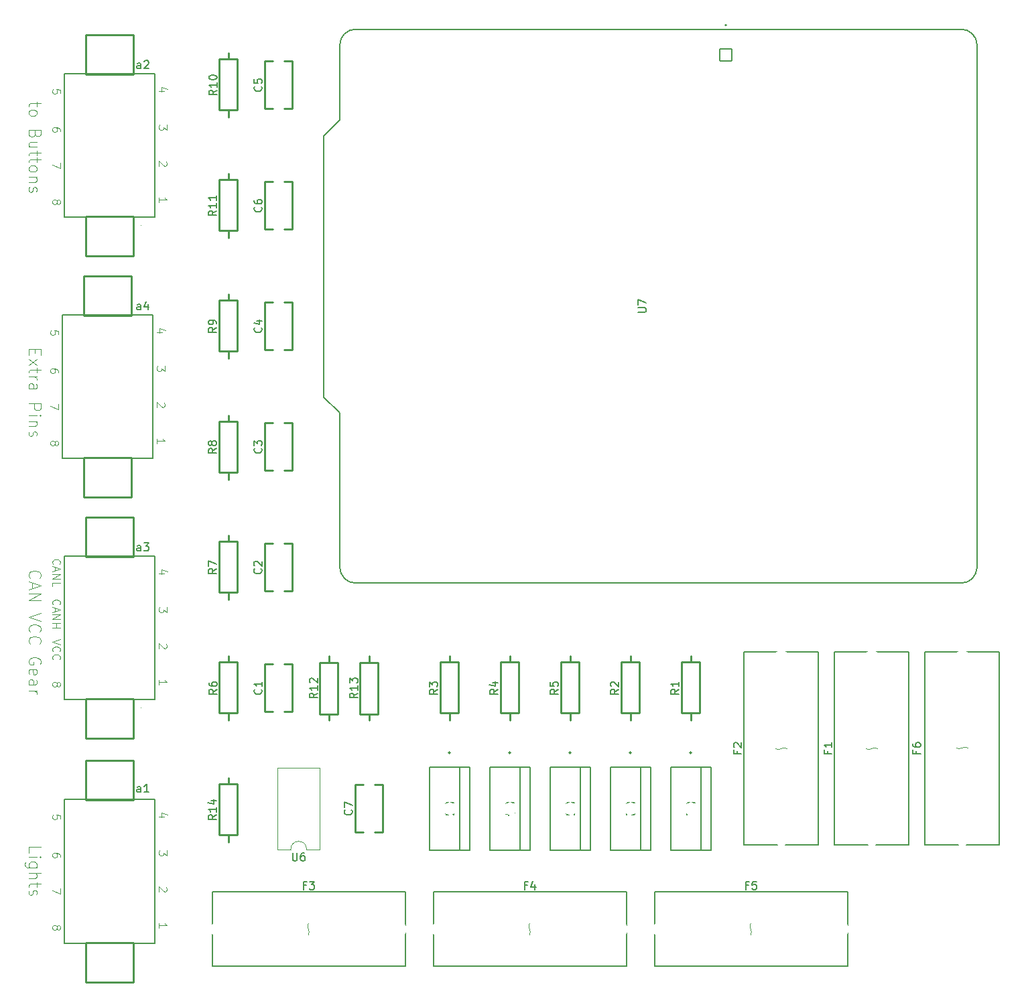
<source format=gbr>
%TF.GenerationSoftware,KiCad,Pcbnew,8.0.6*%
%TF.CreationDate,2025-01-08T12:00:42-04:00*%
%TF.ProjectId,DC,44432e6b-6963-4616-945f-706362585858,rev?*%
%TF.SameCoordinates,Original*%
%TF.FileFunction,Legend,Top*%
%TF.FilePolarity,Positive*%
%FSLAX46Y46*%
G04 Gerber Fmt 4.6, Leading zero omitted, Abs format (unit mm)*
G04 Created by KiCad (PCBNEW 8.0.6) date 2025-01-08 12:00:42*
%MOMM*%
%LPD*%
G01*
G04 APERTURE LIST*
G04 Aperture macros list*
%AMRoundRect*
0 Rectangle with rounded corners*
0 $1 Rounding radius*
0 $2 $3 $4 $5 $6 $7 $8 $9 X,Y pos of 4 corners*
0 Add a 4 corners polygon primitive as box body*
4,1,4,$2,$3,$4,$5,$6,$7,$8,$9,$2,$3,0*
0 Add four circle primitives for the rounded corners*
1,1,$1+$1,$2,$3*
1,1,$1+$1,$4,$5*
1,1,$1+$1,$6,$7*
1,1,$1+$1,$8,$9*
0 Add four rect primitives between the rounded corners*
20,1,$1+$1,$2,$3,$4,$5,0*
20,1,$1+$1,$4,$5,$6,$7,0*
20,1,$1+$1,$6,$7,$8,$9,0*
20,1,$1+$1,$8,$9,$2,$3,0*%
G04 Aperture macros list end*
%ADD10C,0.100000*%
%ADD11C,0.150000*%
%ADD12C,0.152500*%
%ADD13C,0.076000*%
%ADD14C,0.152400*%
%ADD15C,0.254000*%
%ADD16C,0.000000*%
%ADD17C,0.200000*%
%ADD18C,0.127000*%
%ADD19C,0.120000*%
%ADD20C,2.100000*%
%ADD21C,1.651000*%
%ADD22C,1.600000*%
%ADD23C,2.475500*%
%ADD24C,1.728000*%
%ADD25RoundRect,0.102000X-0.762000X0.762000X-0.762000X-0.762000X0.762000X-0.762000X0.762000X0.762000X0*%
%ADD26C,3.200000*%
%ADD27R,1.600000X1.600000*%
%ADD28O,1.600000X1.600000*%
G04 APERTURE END LIST*
D10*
X75057580Y-154751693D02*
X75057580Y-154180265D01*
X75057580Y-154465979D02*
X76057580Y-154465979D01*
X76057580Y-154465979D02*
X75914723Y-154370741D01*
X75914723Y-154370741D02*
X75819485Y-154275503D01*
X75819485Y-154275503D02*
X75771866Y-154180265D01*
X75724247Y-140686455D02*
X75057580Y-140686455D01*
X76105200Y-140448360D02*
X75390914Y-140210265D01*
X75390914Y-140210265D02*
X75390914Y-140829312D01*
X62595580Y-145766455D02*
X62595580Y-145575979D01*
X62595580Y-145575979D02*
X62547961Y-145480741D01*
X62547961Y-145480741D02*
X62500342Y-145433122D01*
X62500342Y-145433122D02*
X62357485Y-145337884D01*
X62357485Y-145337884D02*
X62167009Y-145290265D01*
X62167009Y-145290265D02*
X61786057Y-145290265D01*
X61786057Y-145290265D02*
X61690819Y-145337884D01*
X61690819Y-145337884D02*
X61643200Y-145385503D01*
X61643200Y-145385503D02*
X61595580Y-145480741D01*
X61595580Y-145480741D02*
X61595580Y-145671217D01*
X61595580Y-145671217D02*
X61643200Y-145766455D01*
X61643200Y-145766455D02*
X61690819Y-145814074D01*
X61690819Y-145814074D02*
X61786057Y-145861693D01*
X61786057Y-145861693D02*
X62024152Y-145861693D01*
X62024152Y-145861693D02*
X62119390Y-145814074D01*
X62119390Y-145814074D02*
X62167009Y-145766455D01*
X62167009Y-145766455D02*
X62214628Y-145671217D01*
X62214628Y-145671217D02*
X62214628Y-145480741D01*
X62214628Y-145480741D02*
X62167009Y-145385503D01*
X62167009Y-145385503D02*
X62119390Y-145337884D01*
X62119390Y-145337884D02*
X62024152Y-145290265D01*
X62595580Y-149814646D02*
X62595580Y-150481312D01*
X62595580Y-150481312D02*
X61595580Y-150052741D01*
X76057580Y-144988646D02*
X76057580Y-145607693D01*
X76057580Y-145607693D02*
X75676628Y-145274360D01*
X75676628Y-145274360D02*
X75676628Y-145417217D01*
X75676628Y-145417217D02*
X75629009Y-145512455D01*
X75629009Y-145512455D02*
X75581390Y-145560074D01*
X75581390Y-145560074D02*
X75486152Y-145607693D01*
X75486152Y-145607693D02*
X75248057Y-145607693D01*
X75248057Y-145607693D02*
X75152819Y-145560074D01*
X75152819Y-145560074D02*
X75105200Y-145512455D01*
X75105200Y-145512455D02*
X75057580Y-145417217D01*
X75057580Y-145417217D02*
X75057580Y-145131503D01*
X75057580Y-145131503D02*
X75105200Y-145036265D01*
X75105200Y-145036265D02*
X75152819Y-144988646D01*
X75962342Y-149608265D02*
X76009961Y-149655884D01*
X76009961Y-149655884D02*
X76057580Y-149751122D01*
X76057580Y-149751122D02*
X76057580Y-149989217D01*
X76057580Y-149989217D02*
X76009961Y-150084455D01*
X76009961Y-150084455D02*
X75962342Y-150132074D01*
X75962342Y-150132074D02*
X75867104Y-150179693D01*
X75867104Y-150179693D02*
X75771866Y-150179693D01*
X75771866Y-150179693D02*
X75629009Y-150132074D01*
X75629009Y-150132074D02*
X75057580Y-149560646D01*
X75057580Y-149560646D02*
X75057580Y-150179693D01*
X62167009Y-154624741D02*
X62214628Y-154529503D01*
X62214628Y-154529503D02*
X62262247Y-154481884D01*
X62262247Y-154481884D02*
X62357485Y-154434265D01*
X62357485Y-154434265D02*
X62405104Y-154434265D01*
X62405104Y-154434265D02*
X62500342Y-154481884D01*
X62500342Y-154481884D02*
X62547961Y-154529503D01*
X62547961Y-154529503D02*
X62595580Y-154624741D01*
X62595580Y-154624741D02*
X62595580Y-154815217D01*
X62595580Y-154815217D02*
X62547961Y-154910455D01*
X62547961Y-154910455D02*
X62500342Y-154958074D01*
X62500342Y-154958074D02*
X62405104Y-155005693D01*
X62405104Y-155005693D02*
X62357485Y-155005693D01*
X62357485Y-155005693D02*
X62262247Y-154958074D01*
X62262247Y-154958074D02*
X62214628Y-154910455D01*
X62214628Y-154910455D02*
X62167009Y-154815217D01*
X62167009Y-154815217D02*
X62167009Y-154624741D01*
X62167009Y-154624741D02*
X62119390Y-154529503D01*
X62119390Y-154529503D02*
X62071771Y-154481884D01*
X62071771Y-154481884D02*
X61976533Y-154434265D01*
X61976533Y-154434265D02*
X61786057Y-154434265D01*
X61786057Y-154434265D02*
X61690819Y-154481884D01*
X61690819Y-154481884D02*
X61643200Y-154529503D01*
X61643200Y-154529503D02*
X61595580Y-154624741D01*
X61595580Y-154624741D02*
X61595580Y-154815217D01*
X61595580Y-154815217D02*
X61643200Y-154910455D01*
X61643200Y-154910455D02*
X61690819Y-154958074D01*
X61690819Y-154958074D02*
X61786057Y-155005693D01*
X61786057Y-155005693D02*
X61976533Y-155005693D01*
X61976533Y-155005693D02*
X62071771Y-154958074D01*
X62071771Y-154958074D02*
X62119390Y-154910455D01*
X62119390Y-154910455D02*
X62167009Y-154815217D01*
X62595580Y-140988074D02*
X62595580Y-140511884D01*
X62595580Y-140511884D02*
X62119390Y-140464265D01*
X62119390Y-140464265D02*
X62167009Y-140511884D01*
X62167009Y-140511884D02*
X62214628Y-140607122D01*
X62214628Y-140607122D02*
X62214628Y-140845217D01*
X62214628Y-140845217D02*
X62167009Y-140940455D01*
X62167009Y-140940455D02*
X62119390Y-140988074D01*
X62119390Y-140988074D02*
X62024152Y-141035693D01*
X62024152Y-141035693D02*
X61786057Y-141035693D01*
X61786057Y-141035693D02*
X61690819Y-140988074D01*
X61690819Y-140988074D02*
X61643200Y-140940455D01*
X61643200Y-140940455D02*
X61595580Y-140845217D01*
X61595580Y-140845217D02*
X61595580Y-140607122D01*
X61595580Y-140607122D02*
X61643200Y-140511884D01*
X61643200Y-140511884D02*
X61690819Y-140464265D01*
X75057580Y-124017693D02*
X75057580Y-123446265D01*
X75057580Y-123731979D02*
X76057580Y-123731979D01*
X76057580Y-123731979D02*
X75914723Y-123636741D01*
X75914723Y-123636741D02*
X75819485Y-123541503D01*
X75819485Y-123541503D02*
X75771866Y-123446265D01*
X75724247Y-109952455D02*
X75057580Y-109952455D01*
X76105200Y-109714360D02*
X75390914Y-109476265D01*
X75390914Y-109476265D02*
X75390914Y-110095312D01*
X61690819Y-113905312D02*
X61643200Y-113857693D01*
X61643200Y-113857693D02*
X61595580Y-113714836D01*
X61595580Y-113714836D02*
X61595580Y-113619598D01*
X61595580Y-113619598D02*
X61643200Y-113476741D01*
X61643200Y-113476741D02*
X61738438Y-113381503D01*
X61738438Y-113381503D02*
X61833676Y-113333884D01*
X61833676Y-113333884D02*
X62024152Y-113286265D01*
X62024152Y-113286265D02*
X62167009Y-113286265D01*
X62167009Y-113286265D02*
X62357485Y-113333884D01*
X62357485Y-113333884D02*
X62452723Y-113381503D01*
X62452723Y-113381503D02*
X62547961Y-113476741D01*
X62547961Y-113476741D02*
X62595580Y-113619598D01*
X62595580Y-113619598D02*
X62595580Y-113714836D01*
X62595580Y-113714836D02*
X62547961Y-113857693D01*
X62547961Y-113857693D02*
X62500342Y-113905312D01*
X61881295Y-114286265D02*
X61881295Y-114762455D01*
X61595580Y-114191027D02*
X62595580Y-114524360D01*
X62595580Y-114524360D02*
X61595580Y-114857693D01*
X61595580Y-115191027D02*
X62595580Y-115191027D01*
X62595580Y-115191027D02*
X61595580Y-115762455D01*
X61595580Y-115762455D02*
X62595580Y-115762455D01*
X61595580Y-116238646D02*
X62595580Y-116238646D01*
X62119390Y-116238646D02*
X62119390Y-116810074D01*
X61595580Y-116810074D02*
X62595580Y-116810074D01*
X62595580Y-118271027D02*
X61595580Y-118604360D01*
X61595580Y-118604360D02*
X62595580Y-118937693D01*
X61690819Y-119842455D02*
X61643200Y-119794836D01*
X61643200Y-119794836D02*
X61595580Y-119651979D01*
X61595580Y-119651979D02*
X61595580Y-119556741D01*
X61595580Y-119556741D02*
X61643200Y-119413884D01*
X61643200Y-119413884D02*
X61738438Y-119318646D01*
X61738438Y-119318646D02*
X61833676Y-119271027D01*
X61833676Y-119271027D02*
X62024152Y-119223408D01*
X62024152Y-119223408D02*
X62167009Y-119223408D01*
X62167009Y-119223408D02*
X62357485Y-119271027D01*
X62357485Y-119271027D02*
X62452723Y-119318646D01*
X62452723Y-119318646D02*
X62547961Y-119413884D01*
X62547961Y-119413884D02*
X62595580Y-119556741D01*
X62595580Y-119556741D02*
X62595580Y-119651979D01*
X62595580Y-119651979D02*
X62547961Y-119794836D01*
X62547961Y-119794836D02*
X62500342Y-119842455D01*
X61690819Y-120842455D02*
X61643200Y-120794836D01*
X61643200Y-120794836D02*
X61595580Y-120651979D01*
X61595580Y-120651979D02*
X61595580Y-120556741D01*
X61595580Y-120556741D02*
X61643200Y-120413884D01*
X61643200Y-120413884D02*
X61738438Y-120318646D01*
X61738438Y-120318646D02*
X61833676Y-120271027D01*
X61833676Y-120271027D02*
X62024152Y-120223408D01*
X62024152Y-120223408D02*
X62167009Y-120223408D01*
X62167009Y-120223408D02*
X62357485Y-120271027D01*
X62357485Y-120271027D02*
X62452723Y-120318646D01*
X62452723Y-120318646D02*
X62547961Y-120413884D01*
X62547961Y-120413884D02*
X62595580Y-120556741D01*
X62595580Y-120556741D02*
X62595580Y-120651979D01*
X62595580Y-120651979D02*
X62547961Y-120794836D01*
X62547961Y-120794836D02*
X62500342Y-120842455D01*
X76057580Y-114254646D02*
X76057580Y-114873693D01*
X76057580Y-114873693D02*
X75676628Y-114540360D01*
X75676628Y-114540360D02*
X75676628Y-114683217D01*
X75676628Y-114683217D02*
X75629009Y-114778455D01*
X75629009Y-114778455D02*
X75581390Y-114826074D01*
X75581390Y-114826074D02*
X75486152Y-114873693D01*
X75486152Y-114873693D02*
X75248057Y-114873693D01*
X75248057Y-114873693D02*
X75152819Y-114826074D01*
X75152819Y-114826074D02*
X75105200Y-114778455D01*
X75105200Y-114778455D02*
X75057580Y-114683217D01*
X75057580Y-114683217D02*
X75057580Y-114397503D01*
X75057580Y-114397503D02*
X75105200Y-114302265D01*
X75105200Y-114302265D02*
X75152819Y-114254646D01*
X75962342Y-118874265D02*
X76009961Y-118921884D01*
X76009961Y-118921884D02*
X76057580Y-119017122D01*
X76057580Y-119017122D02*
X76057580Y-119255217D01*
X76057580Y-119255217D02*
X76009961Y-119350455D01*
X76009961Y-119350455D02*
X75962342Y-119398074D01*
X75962342Y-119398074D02*
X75867104Y-119445693D01*
X75867104Y-119445693D02*
X75771866Y-119445693D01*
X75771866Y-119445693D02*
X75629009Y-119398074D01*
X75629009Y-119398074D02*
X75057580Y-118826646D01*
X75057580Y-118826646D02*
X75057580Y-119445693D01*
X62167009Y-123890741D02*
X62214628Y-123795503D01*
X62214628Y-123795503D02*
X62262247Y-123747884D01*
X62262247Y-123747884D02*
X62357485Y-123700265D01*
X62357485Y-123700265D02*
X62405104Y-123700265D01*
X62405104Y-123700265D02*
X62500342Y-123747884D01*
X62500342Y-123747884D02*
X62547961Y-123795503D01*
X62547961Y-123795503D02*
X62595580Y-123890741D01*
X62595580Y-123890741D02*
X62595580Y-124081217D01*
X62595580Y-124081217D02*
X62547961Y-124176455D01*
X62547961Y-124176455D02*
X62500342Y-124224074D01*
X62500342Y-124224074D02*
X62405104Y-124271693D01*
X62405104Y-124271693D02*
X62357485Y-124271693D01*
X62357485Y-124271693D02*
X62262247Y-124224074D01*
X62262247Y-124224074D02*
X62214628Y-124176455D01*
X62214628Y-124176455D02*
X62167009Y-124081217D01*
X62167009Y-124081217D02*
X62167009Y-123890741D01*
X62167009Y-123890741D02*
X62119390Y-123795503D01*
X62119390Y-123795503D02*
X62071771Y-123747884D01*
X62071771Y-123747884D02*
X61976533Y-123700265D01*
X61976533Y-123700265D02*
X61786057Y-123700265D01*
X61786057Y-123700265D02*
X61690819Y-123747884D01*
X61690819Y-123747884D02*
X61643200Y-123795503D01*
X61643200Y-123795503D02*
X61595580Y-123890741D01*
X61595580Y-123890741D02*
X61595580Y-124081217D01*
X61595580Y-124081217D02*
X61643200Y-124176455D01*
X61643200Y-124176455D02*
X61690819Y-124224074D01*
X61690819Y-124224074D02*
X61786057Y-124271693D01*
X61786057Y-124271693D02*
X61976533Y-124271693D01*
X61976533Y-124271693D02*
X62071771Y-124224074D01*
X62071771Y-124224074D02*
X62119390Y-124176455D01*
X62119390Y-124176455D02*
X62167009Y-124081217D01*
X61690819Y-108807380D02*
X61643200Y-108759761D01*
X61643200Y-108759761D02*
X61595580Y-108616904D01*
X61595580Y-108616904D02*
X61595580Y-108521666D01*
X61595580Y-108521666D02*
X61643200Y-108378809D01*
X61643200Y-108378809D02*
X61738438Y-108283571D01*
X61738438Y-108283571D02*
X61833676Y-108235952D01*
X61833676Y-108235952D02*
X62024152Y-108188333D01*
X62024152Y-108188333D02*
X62167009Y-108188333D01*
X62167009Y-108188333D02*
X62357485Y-108235952D01*
X62357485Y-108235952D02*
X62452723Y-108283571D01*
X62452723Y-108283571D02*
X62547961Y-108378809D01*
X62547961Y-108378809D02*
X62595580Y-108521666D01*
X62595580Y-108521666D02*
X62595580Y-108616904D01*
X62595580Y-108616904D02*
X62547961Y-108759761D01*
X62547961Y-108759761D02*
X62500342Y-108807380D01*
X61881295Y-109188333D02*
X61881295Y-109664523D01*
X61595580Y-109093095D02*
X62595580Y-109426428D01*
X62595580Y-109426428D02*
X61595580Y-109759761D01*
X61595580Y-110093095D02*
X62595580Y-110093095D01*
X62595580Y-110093095D02*
X61595580Y-110664523D01*
X61595580Y-110664523D02*
X62595580Y-110664523D01*
X61595580Y-111616904D02*
X61595580Y-111140714D01*
X61595580Y-111140714D02*
X62595580Y-111140714D01*
X74803580Y-93537693D02*
X74803580Y-92966265D01*
X74803580Y-93251979D02*
X75803580Y-93251979D01*
X75803580Y-93251979D02*
X75660723Y-93156741D01*
X75660723Y-93156741D02*
X75565485Y-93061503D01*
X75565485Y-93061503D02*
X75517866Y-92966265D01*
X75470247Y-79472455D02*
X74803580Y-79472455D01*
X75851200Y-79234360D02*
X75136914Y-78996265D01*
X75136914Y-78996265D02*
X75136914Y-79615312D01*
X62341580Y-84552455D02*
X62341580Y-84361979D01*
X62341580Y-84361979D02*
X62293961Y-84266741D01*
X62293961Y-84266741D02*
X62246342Y-84219122D01*
X62246342Y-84219122D02*
X62103485Y-84123884D01*
X62103485Y-84123884D02*
X61913009Y-84076265D01*
X61913009Y-84076265D02*
X61532057Y-84076265D01*
X61532057Y-84076265D02*
X61436819Y-84123884D01*
X61436819Y-84123884D02*
X61389200Y-84171503D01*
X61389200Y-84171503D02*
X61341580Y-84266741D01*
X61341580Y-84266741D02*
X61341580Y-84457217D01*
X61341580Y-84457217D02*
X61389200Y-84552455D01*
X61389200Y-84552455D02*
X61436819Y-84600074D01*
X61436819Y-84600074D02*
X61532057Y-84647693D01*
X61532057Y-84647693D02*
X61770152Y-84647693D01*
X61770152Y-84647693D02*
X61865390Y-84600074D01*
X61865390Y-84600074D02*
X61913009Y-84552455D01*
X61913009Y-84552455D02*
X61960628Y-84457217D01*
X61960628Y-84457217D02*
X61960628Y-84266741D01*
X61960628Y-84266741D02*
X61913009Y-84171503D01*
X61913009Y-84171503D02*
X61865390Y-84123884D01*
X61865390Y-84123884D02*
X61770152Y-84076265D01*
X62341580Y-88600646D02*
X62341580Y-89267312D01*
X62341580Y-89267312D02*
X61341580Y-88838741D01*
X75803580Y-83774646D02*
X75803580Y-84393693D01*
X75803580Y-84393693D02*
X75422628Y-84060360D01*
X75422628Y-84060360D02*
X75422628Y-84203217D01*
X75422628Y-84203217D02*
X75375009Y-84298455D01*
X75375009Y-84298455D02*
X75327390Y-84346074D01*
X75327390Y-84346074D02*
X75232152Y-84393693D01*
X75232152Y-84393693D02*
X74994057Y-84393693D01*
X74994057Y-84393693D02*
X74898819Y-84346074D01*
X74898819Y-84346074D02*
X74851200Y-84298455D01*
X74851200Y-84298455D02*
X74803580Y-84203217D01*
X74803580Y-84203217D02*
X74803580Y-83917503D01*
X74803580Y-83917503D02*
X74851200Y-83822265D01*
X74851200Y-83822265D02*
X74898819Y-83774646D01*
X75708342Y-88394265D02*
X75755961Y-88441884D01*
X75755961Y-88441884D02*
X75803580Y-88537122D01*
X75803580Y-88537122D02*
X75803580Y-88775217D01*
X75803580Y-88775217D02*
X75755961Y-88870455D01*
X75755961Y-88870455D02*
X75708342Y-88918074D01*
X75708342Y-88918074D02*
X75613104Y-88965693D01*
X75613104Y-88965693D02*
X75517866Y-88965693D01*
X75517866Y-88965693D02*
X75375009Y-88918074D01*
X75375009Y-88918074D02*
X74803580Y-88346646D01*
X74803580Y-88346646D02*
X74803580Y-88965693D01*
X61913009Y-93410741D02*
X61960628Y-93315503D01*
X61960628Y-93315503D02*
X62008247Y-93267884D01*
X62008247Y-93267884D02*
X62103485Y-93220265D01*
X62103485Y-93220265D02*
X62151104Y-93220265D01*
X62151104Y-93220265D02*
X62246342Y-93267884D01*
X62246342Y-93267884D02*
X62293961Y-93315503D01*
X62293961Y-93315503D02*
X62341580Y-93410741D01*
X62341580Y-93410741D02*
X62341580Y-93601217D01*
X62341580Y-93601217D02*
X62293961Y-93696455D01*
X62293961Y-93696455D02*
X62246342Y-93744074D01*
X62246342Y-93744074D02*
X62151104Y-93791693D01*
X62151104Y-93791693D02*
X62103485Y-93791693D01*
X62103485Y-93791693D02*
X62008247Y-93744074D01*
X62008247Y-93744074D02*
X61960628Y-93696455D01*
X61960628Y-93696455D02*
X61913009Y-93601217D01*
X61913009Y-93601217D02*
X61913009Y-93410741D01*
X61913009Y-93410741D02*
X61865390Y-93315503D01*
X61865390Y-93315503D02*
X61817771Y-93267884D01*
X61817771Y-93267884D02*
X61722533Y-93220265D01*
X61722533Y-93220265D02*
X61532057Y-93220265D01*
X61532057Y-93220265D02*
X61436819Y-93267884D01*
X61436819Y-93267884D02*
X61389200Y-93315503D01*
X61389200Y-93315503D02*
X61341580Y-93410741D01*
X61341580Y-93410741D02*
X61341580Y-93601217D01*
X61341580Y-93601217D02*
X61389200Y-93696455D01*
X61389200Y-93696455D02*
X61436819Y-93744074D01*
X61436819Y-93744074D02*
X61532057Y-93791693D01*
X61532057Y-93791693D02*
X61722533Y-93791693D01*
X61722533Y-93791693D02*
X61817771Y-93744074D01*
X61817771Y-93744074D02*
X61865390Y-93696455D01*
X61865390Y-93696455D02*
X61913009Y-93601217D01*
X62341580Y-79774074D02*
X62341580Y-79297884D01*
X62341580Y-79297884D02*
X61865390Y-79250265D01*
X61865390Y-79250265D02*
X61913009Y-79297884D01*
X61913009Y-79297884D02*
X61960628Y-79393122D01*
X61960628Y-79393122D02*
X61960628Y-79631217D01*
X61960628Y-79631217D02*
X61913009Y-79726455D01*
X61913009Y-79726455D02*
X61865390Y-79774074D01*
X61865390Y-79774074D02*
X61770152Y-79821693D01*
X61770152Y-79821693D02*
X61532057Y-79821693D01*
X61532057Y-79821693D02*
X61436819Y-79774074D01*
X61436819Y-79774074D02*
X61389200Y-79726455D01*
X61389200Y-79726455D02*
X61341580Y-79631217D01*
X61341580Y-79631217D02*
X61341580Y-79393122D01*
X61341580Y-79393122D02*
X61389200Y-79297884D01*
X61389200Y-79297884D02*
X61436819Y-79250265D01*
X62167009Y-62930741D02*
X62214628Y-62835503D01*
X62214628Y-62835503D02*
X62262247Y-62787884D01*
X62262247Y-62787884D02*
X62357485Y-62740265D01*
X62357485Y-62740265D02*
X62405104Y-62740265D01*
X62405104Y-62740265D02*
X62500342Y-62787884D01*
X62500342Y-62787884D02*
X62547961Y-62835503D01*
X62547961Y-62835503D02*
X62595580Y-62930741D01*
X62595580Y-62930741D02*
X62595580Y-63121217D01*
X62595580Y-63121217D02*
X62547961Y-63216455D01*
X62547961Y-63216455D02*
X62500342Y-63264074D01*
X62500342Y-63264074D02*
X62405104Y-63311693D01*
X62405104Y-63311693D02*
X62357485Y-63311693D01*
X62357485Y-63311693D02*
X62262247Y-63264074D01*
X62262247Y-63264074D02*
X62214628Y-63216455D01*
X62214628Y-63216455D02*
X62167009Y-63121217D01*
X62167009Y-63121217D02*
X62167009Y-62930741D01*
X62167009Y-62930741D02*
X62119390Y-62835503D01*
X62119390Y-62835503D02*
X62071771Y-62787884D01*
X62071771Y-62787884D02*
X61976533Y-62740265D01*
X61976533Y-62740265D02*
X61786057Y-62740265D01*
X61786057Y-62740265D02*
X61690819Y-62787884D01*
X61690819Y-62787884D02*
X61643200Y-62835503D01*
X61643200Y-62835503D02*
X61595580Y-62930741D01*
X61595580Y-62930741D02*
X61595580Y-63121217D01*
X61595580Y-63121217D02*
X61643200Y-63216455D01*
X61643200Y-63216455D02*
X61690819Y-63264074D01*
X61690819Y-63264074D02*
X61786057Y-63311693D01*
X61786057Y-63311693D02*
X61976533Y-63311693D01*
X61976533Y-63311693D02*
X62071771Y-63264074D01*
X62071771Y-63264074D02*
X62119390Y-63216455D01*
X62119390Y-63216455D02*
X62167009Y-63121217D01*
X62595580Y-49294074D02*
X62595580Y-48817884D01*
X62595580Y-48817884D02*
X62119390Y-48770265D01*
X62119390Y-48770265D02*
X62167009Y-48817884D01*
X62167009Y-48817884D02*
X62214628Y-48913122D01*
X62214628Y-48913122D02*
X62214628Y-49151217D01*
X62214628Y-49151217D02*
X62167009Y-49246455D01*
X62167009Y-49246455D02*
X62119390Y-49294074D01*
X62119390Y-49294074D02*
X62024152Y-49341693D01*
X62024152Y-49341693D02*
X61786057Y-49341693D01*
X61786057Y-49341693D02*
X61690819Y-49294074D01*
X61690819Y-49294074D02*
X61643200Y-49246455D01*
X61643200Y-49246455D02*
X61595580Y-49151217D01*
X61595580Y-49151217D02*
X61595580Y-48913122D01*
X61595580Y-48913122D02*
X61643200Y-48817884D01*
X61643200Y-48817884D02*
X61690819Y-48770265D01*
X62595580Y-54072455D02*
X62595580Y-53881979D01*
X62595580Y-53881979D02*
X62547961Y-53786741D01*
X62547961Y-53786741D02*
X62500342Y-53739122D01*
X62500342Y-53739122D02*
X62357485Y-53643884D01*
X62357485Y-53643884D02*
X62167009Y-53596265D01*
X62167009Y-53596265D02*
X61786057Y-53596265D01*
X61786057Y-53596265D02*
X61690819Y-53643884D01*
X61690819Y-53643884D02*
X61643200Y-53691503D01*
X61643200Y-53691503D02*
X61595580Y-53786741D01*
X61595580Y-53786741D02*
X61595580Y-53977217D01*
X61595580Y-53977217D02*
X61643200Y-54072455D01*
X61643200Y-54072455D02*
X61690819Y-54120074D01*
X61690819Y-54120074D02*
X61786057Y-54167693D01*
X61786057Y-54167693D02*
X62024152Y-54167693D01*
X62024152Y-54167693D02*
X62119390Y-54120074D01*
X62119390Y-54120074D02*
X62167009Y-54072455D01*
X62167009Y-54072455D02*
X62214628Y-53977217D01*
X62214628Y-53977217D02*
X62214628Y-53786741D01*
X62214628Y-53786741D02*
X62167009Y-53691503D01*
X62167009Y-53691503D02*
X62119390Y-53643884D01*
X62119390Y-53643884D02*
X62024152Y-53596265D01*
X62595580Y-58120646D02*
X62595580Y-58787312D01*
X62595580Y-58787312D02*
X61595580Y-58358741D01*
X75724247Y-48992455D02*
X75057580Y-48992455D01*
X76105200Y-48754360D02*
X75390914Y-48516265D01*
X75390914Y-48516265D02*
X75390914Y-49135312D01*
X76057580Y-53294646D02*
X76057580Y-53913693D01*
X76057580Y-53913693D02*
X75676628Y-53580360D01*
X75676628Y-53580360D02*
X75676628Y-53723217D01*
X75676628Y-53723217D02*
X75629009Y-53818455D01*
X75629009Y-53818455D02*
X75581390Y-53866074D01*
X75581390Y-53866074D02*
X75486152Y-53913693D01*
X75486152Y-53913693D02*
X75248057Y-53913693D01*
X75248057Y-53913693D02*
X75152819Y-53866074D01*
X75152819Y-53866074D02*
X75105200Y-53818455D01*
X75105200Y-53818455D02*
X75057580Y-53723217D01*
X75057580Y-53723217D02*
X75057580Y-53437503D01*
X75057580Y-53437503D02*
X75105200Y-53342265D01*
X75105200Y-53342265D02*
X75152819Y-53294646D01*
X75962342Y-57914265D02*
X76009961Y-57961884D01*
X76009961Y-57961884D02*
X76057580Y-58057122D01*
X76057580Y-58057122D02*
X76057580Y-58295217D01*
X76057580Y-58295217D02*
X76009961Y-58390455D01*
X76009961Y-58390455D02*
X75962342Y-58438074D01*
X75962342Y-58438074D02*
X75867104Y-58485693D01*
X75867104Y-58485693D02*
X75771866Y-58485693D01*
X75771866Y-58485693D02*
X75629009Y-58438074D01*
X75629009Y-58438074D02*
X75057580Y-57866646D01*
X75057580Y-57866646D02*
X75057580Y-58485693D01*
X75057580Y-63057693D02*
X75057580Y-62486265D01*
X75057580Y-62771979D02*
X76057580Y-62771979D01*
X76057580Y-62771979D02*
X75914723Y-62676741D01*
X75914723Y-62676741D02*
X75819485Y-62581503D01*
X75819485Y-62581503D02*
X75771866Y-62486265D01*
X58751628Y-110562286D02*
X58680200Y-110490858D01*
X58680200Y-110490858D02*
X58608771Y-110276572D01*
X58608771Y-110276572D02*
X58608771Y-110133715D01*
X58608771Y-110133715D02*
X58680200Y-109919429D01*
X58680200Y-109919429D02*
X58823057Y-109776572D01*
X58823057Y-109776572D02*
X58965914Y-109705143D01*
X58965914Y-109705143D02*
X59251628Y-109633715D01*
X59251628Y-109633715D02*
X59465914Y-109633715D01*
X59465914Y-109633715D02*
X59751628Y-109705143D01*
X59751628Y-109705143D02*
X59894485Y-109776572D01*
X59894485Y-109776572D02*
X60037342Y-109919429D01*
X60037342Y-109919429D02*
X60108771Y-110133715D01*
X60108771Y-110133715D02*
X60108771Y-110276572D01*
X60108771Y-110276572D02*
X60037342Y-110490858D01*
X60037342Y-110490858D02*
X59965914Y-110562286D01*
X59037342Y-111133715D02*
X59037342Y-111848001D01*
X58608771Y-110990858D02*
X60108771Y-111490858D01*
X60108771Y-111490858D02*
X58608771Y-111990858D01*
X58608771Y-112490857D02*
X60108771Y-112490857D01*
X60108771Y-112490857D02*
X58608771Y-113348000D01*
X58608771Y-113348000D02*
X60108771Y-113348000D01*
X60108771Y-114990858D02*
X58608771Y-115490858D01*
X58608771Y-115490858D02*
X60108771Y-115990858D01*
X58751628Y-117348000D02*
X58680200Y-117276572D01*
X58680200Y-117276572D02*
X58608771Y-117062286D01*
X58608771Y-117062286D02*
X58608771Y-116919429D01*
X58608771Y-116919429D02*
X58680200Y-116705143D01*
X58680200Y-116705143D02*
X58823057Y-116562286D01*
X58823057Y-116562286D02*
X58965914Y-116490857D01*
X58965914Y-116490857D02*
X59251628Y-116419429D01*
X59251628Y-116419429D02*
X59465914Y-116419429D01*
X59465914Y-116419429D02*
X59751628Y-116490857D01*
X59751628Y-116490857D02*
X59894485Y-116562286D01*
X59894485Y-116562286D02*
X60037342Y-116705143D01*
X60037342Y-116705143D02*
X60108771Y-116919429D01*
X60108771Y-116919429D02*
X60108771Y-117062286D01*
X60108771Y-117062286D02*
X60037342Y-117276572D01*
X60037342Y-117276572D02*
X59965914Y-117348000D01*
X58751628Y-118848000D02*
X58680200Y-118776572D01*
X58680200Y-118776572D02*
X58608771Y-118562286D01*
X58608771Y-118562286D02*
X58608771Y-118419429D01*
X58608771Y-118419429D02*
X58680200Y-118205143D01*
X58680200Y-118205143D02*
X58823057Y-118062286D01*
X58823057Y-118062286D02*
X58965914Y-117990857D01*
X58965914Y-117990857D02*
X59251628Y-117919429D01*
X59251628Y-117919429D02*
X59465914Y-117919429D01*
X59465914Y-117919429D02*
X59751628Y-117990857D01*
X59751628Y-117990857D02*
X59894485Y-118062286D01*
X59894485Y-118062286D02*
X60037342Y-118205143D01*
X60037342Y-118205143D02*
X60108771Y-118419429D01*
X60108771Y-118419429D02*
X60108771Y-118562286D01*
X60108771Y-118562286D02*
X60037342Y-118776572D01*
X60037342Y-118776572D02*
X59965914Y-118848000D01*
X60037342Y-121419429D02*
X60108771Y-121276572D01*
X60108771Y-121276572D02*
X60108771Y-121062286D01*
X60108771Y-121062286D02*
X60037342Y-120848000D01*
X60037342Y-120848000D02*
X59894485Y-120705143D01*
X59894485Y-120705143D02*
X59751628Y-120633714D01*
X59751628Y-120633714D02*
X59465914Y-120562286D01*
X59465914Y-120562286D02*
X59251628Y-120562286D01*
X59251628Y-120562286D02*
X58965914Y-120633714D01*
X58965914Y-120633714D02*
X58823057Y-120705143D01*
X58823057Y-120705143D02*
X58680200Y-120848000D01*
X58680200Y-120848000D02*
X58608771Y-121062286D01*
X58608771Y-121062286D02*
X58608771Y-121205143D01*
X58608771Y-121205143D02*
X58680200Y-121419429D01*
X58680200Y-121419429D02*
X58751628Y-121490857D01*
X58751628Y-121490857D02*
X59251628Y-121490857D01*
X59251628Y-121490857D02*
X59251628Y-121205143D01*
X58680200Y-122705143D02*
X58608771Y-122562286D01*
X58608771Y-122562286D02*
X58608771Y-122276572D01*
X58608771Y-122276572D02*
X58680200Y-122133714D01*
X58680200Y-122133714D02*
X58823057Y-122062286D01*
X58823057Y-122062286D02*
X59394485Y-122062286D01*
X59394485Y-122062286D02*
X59537342Y-122133714D01*
X59537342Y-122133714D02*
X59608771Y-122276572D01*
X59608771Y-122276572D02*
X59608771Y-122562286D01*
X59608771Y-122562286D02*
X59537342Y-122705143D01*
X59537342Y-122705143D02*
X59394485Y-122776572D01*
X59394485Y-122776572D02*
X59251628Y-122776572D01*
X59251628Y-122776572D02*
X59108771Y-122062286D01*
X58608771Y-124062286D02*
X59394485Y-124062286D01*
X59394485Y-124062286D02*
X59537342Y-123990857D01*
X59537342Y-123990857D02*
X59608771Y-123848000D01*
X59608771Y-123848000D02*
X59608771Y-123562286D01*
X59608771Y-123562286D02*
X59537342Y-123419428D01*
X58680200Y-124062286D02*
X58608771Y-123919428D01*
X58608771Y-123919428D02*
X58608771Y-123562286D01*
X58608771Y-123562286D02*
X58680200Y-123419428D01*
X58680200Y-123419428D02*
X58823057Y-123348000D01*
X58823057Y-123348000D02*
X58965914Y-123348000D01*
X58965914Y-123348000D02*
X59108771Y-123419428D01*
X59108771Y-123419428D02*
X59180200Y-123562286D01*
X59180200Y-123562286D02*
X59180200Y-123919428D01*
X59180200Y-123919428D02*
X59251628Y-124062286D01*
X58608771Y-124776571D02*
X59608771Y-124776571D01*
X59323057Y-124776571D02*
X59465914Y-124848000D01*
X59465914Y-124848000D02*
X59537342Y-124919429D01*
X59537342Y-124919429D02*
X59608771Y-125062286D01*
X59608771Y-125062286D02*
X59608771Y-125205143D01*
X59394485Y-81657713D02*
X59394485Y-82157713D01*
X58608771Y-82371999D02*
X58608771Y-81657713D01*
X58608771Y-81657713D02*
X60108771Y-81657713D01*
X60108771Y-81657713D02*
X60108771Y-82371999D01*
X58608771Y-82871999D02*
X59608771Y-83657714D01*
X59608771Y-82871999D02*
X58608771Y-83657714D01*
X59608771Y-84014857D02*
X59608771Y-84586285D01*
X60108771Y-84229142D02*
X58823057Y-84229142D01*
X58823057Y-84229142D02*
X58680200Y-84300571D01*
X58680200Y-84300571D02*
X58608771Y-84443428D01*
X58608771Y-84443428D02*
X58608771Y-84586285D01*
X58608771Y-85086285D02*
X59608771Y-85086285D01*
X59323057Y-85086285D02*
X59465914Y-85157714D01*
X59465914Y-85157714D02*
X59537342Y-85229143D01*
X59537342Y-85229143D02*
X59608771Y-85372000D01*
X59608771Y-85372000D02*
X59608771Y-85514857D01*
X58608771Y-86657714D02*
X59394485Y-86657714D01*
X59394485Y-86657714D02*
X59537342Y-86586285D01*
X59537342Y-86586285D02*
X59608771Y-86443428D01*
X59608771Y-86443428D02*
X59608771Y-86157714D01*
X59608771Y-86157714D02*
X59537342Y-86014856D01*
X58680200Y-86657714D02*
X58608771Y-86514856D01*
X58608771Y-86514856D02*
X58608771Y-86157714D01*
X58608771Y-86157714D02*
X58680200Y-86014856D01*
X58680200Y-86014856D02*
X58823057Y-85943428D01*
X58823057Y-85943428D02*
X58965914Y-85943428D01*
X58965914Y-85943428D02*
X59108771Y-86014856D01*
X59108771Y-86014856D02*
X59180200Y-86157714D01*
X59180200Y-86157714D02*
X59180200Y-86514856D01*
X59180200Y-86514856D02*
X59251628Y-86657714D01*
X58608771Y-88514856D02*
X60108771Y-88514856D01*
X60108771Y-88514856D02*
X60108771Y-89086285D01*
X60108771Y-89086285D02*
X60037342Y-89229142D01*
X60037342Y-89229142D02*
X59965914Y-89300571D01*
X59965914Y-89300571D02*
X59823057Y-89371999D01*
X59823057Y-89371999D02*
X59608771Y-89371999D01*
X59608771Y-89371999D02*
X59465914Y-89300571D01*
X59465914Y-89300571D02*
X59394485Y-89229142D01*
X59394485Y-89229142D02*
X59323057Y-89086285D01*
X59323057Y-89086285D02*
X59323057Y-88514856D01*
X58608771Y-90014856D02*
X59608771Y-90014856D01*
X60108771Y-90014856D02*
X60037342Y-89943428D01*
X60037342Y-89943428D02*
X59965914Y-90014856D01*
X59965914Y-90014856D02*
X60037342Y-90086285D01*
X60037342Y-90086285D02*
X60108771Y-90014856D01*
X60108771Y-90014856D02*
X59965914Y-90014856D01*
X59608771Y-90729142D02*
X58608771Y-90729142D01*
X59465914Y-90729142D02*
X59537342Y-90800571D01*
X59537342Y-90800571D02*
X59608771Y-90943428D01*
X59608771Y-90943428D02*
X59608771Y-91157714D01*
X59608771Y-91157714D02*
X59537342Y-91300571D01*
X59537342Y-91300571D02*
X59394485Y-91372000D01*
X59394485Y-91372000D02*
X58608771Y-91372000D01*
X58680200Y-92014857D02*
X58608771Y-92157714D01*
X58608771Y-92157714D02*
X58608771Y-92443428D01*
X58608771Y-92443428D02*
X58680200Y-92586285D01*
X58680200Y-92586285D02*
X58823057Y-92657714D01*
X58823057Y-92657714D02*
X58894485Y-92657714D01*
X58894485Y-92657714D02*
X59037342Y-92586285D01*
X59037342Y-92586285D02*
X59108771Y-92443428D01*
X59108771Y-92443428D02*
X59108771Y-92229143D01*
X59108771Y-92229143D02*
X59180200Y-92086285D01*
X59180200Y-92086285D02*
X59323057Y-92014857D01*
X59323057Y-92014857D02*
X59394485Y-92014857D01*
X59394485Y-92014857D02*
X59537342Y-92086285D01*
X59537342Y-92086285D02*
X59608771Y-92229143D01*
X59608771Y-92229143D02*
X59608771Y-92443428D01*
X59608771Y-92443428D02*
X59537342Y-92586285D01*
X58608771Y-145288285D02*
X58608771Y-144573999D01*
X58608771Y-144573999D02*
X60108771Y-144573999D01*
X58608771Y-145788285D02*
X59608771Y-145788285D01*
X60108771Y-145788285D02*
X60037342Y-145716857D01*
X60037342Y-145716857D02*
X59965914Y-145788285D01*
X59965914Y-145788285D02*
X60037342Y-145859714D01*
X60037342Y-145859714D02*
X60108771Y-145788285D01*
X60108771Y-145788285D02*
X59965914Y-145788285D01*
X59608771Y-147145429D02*
X58394485Y-147145429D01*
X58394485Y-147145429D02*
X58251628Y-147074000D01*
X58251628Y-147074000D02*
X58180200Y-147002571D01*
X58180200Y-147002571D02*
X58108771Y-146859714D01*
X58108771Y-146859714D02*
X58108771Y-146645429D01*
X58108771Y-146645429D02*
X58180200Y-146502571D01*
X58680200Y-147145429D02*
X58608771Y-147002571D01*
X58608771Y-147002571D02*
X58608771Y-146716857D01*
X58608771Y-146716857D02*
X58680200Y-146574000D01*
X58680200Y-146574000D02*
X58751628Y-146502571D01*
X58751628Y-146502571D02*
X58894485Y-146431143D01*
X58894485Y-146431143D02*
X59323057Y-146431143D01*
X59323057Y-146431143D02*
X59465914Y-146502571D01*
X59465914Y-146502571D02*
X59537342Y-146574000D01*
X59537342Y-146574000D02*
X59608771Y-146716857D01*
X59608771Y-146716857D02*
X59608771Y-147002571D01*
X59608771Y-147002571D02*
X59537342Y-147145429D01*
X58608771Y-147859714D02*
X60108771Y-147859714D01*
X58608771Y-148502572D02*
X59394485Y-148502572D01*
X59394485Y-148502572D02*
X59537342Y-148431143D01*
X59537342Y-148431143D02*
X59608771Y-148288286D01*
X59608771Y-148288286D02*
X59608771Y-148074000D01*
X59608771Y-148074000D02*
X59537342Y-147931143D01*
X59537342Y-147931143D02*
X59465914Y-147859714D01*
X59608771Y-149002572D02*
X59608771Y-149574000D01*
X60108771Y-149216857D02*
X58823057Y-149216857D01*
X58823057Y-149216857D02*
X58680200Y-149288286D01*
X58680200Y-149288286D02*
X58608771Y-149431143D01*
X58608771Y-149431143D02*
X58608771Y-149574000D01*
X58680200Y-150002572D02*
X58608771Y-150145429D01*
X58608771Y-150145429D02*
X58608771Y-150431143D01*
X58608771Y-150431143D02*
X58680200Y-150574000D01*
X58680200Y-150574000D02*
X58823057Y-150645429D01*
X58823057Y-150645429D02*
X58894485Y-150645429D01*
X58894485Y-150645429D02*
X59037342Y-150574000D01*
X59037342Y-150574000D02*
X59108771Y-150431143D01*
X59108771Y-150431143D02*
X59108771Y-150216858D01*
X59108771Y-150216858D02*
X59180200Y-150074000D01*
X59180200Y-150074000D02*
X59323057Y-150002572D01*
X59323057Y-150002572D02*
X59394485Y-150002572D01*
X59394485Y-150002572D02*
X59537342Y-150074000D01*
X59537342Y-150074000D02*
X59608771Y-150216858D01*
X59608771Y-150216858D02*
X59608771Y-150431143D01*
X59608771Y-150431143D02*
X59537342Y-150574000D01*
X59608771Y-50373646D02*
X59608771Y-50945074D01*
X60108771Y-50587931D02*
X58823057Y-50587931D01*
X58823057Y-50587931D02*
X58680200Y-50659360D01*
X58680200Y-50659360D02*
X58608771Y-50802217D01*
X58608771Y-50802217D02*
X58608771Y-50945074D01*
X58608771Y-51659360D02*
X58680200Y-51516503D01*
X58680200Y-51516503D02*
X58751628Y-51445074D01*
X58751628Y-51445074D02*
X58894485Y-51373646D01*
X58894485Y-51373646D02*
X59323057Y-51373646D01*
X59323057Y-51373646D02*
X59465914Y-51445074D01*
X59465914Y-51445074D02*
X59537342Y-51516503D01*
X59537342Y-51516503D02*
X59608771Y-51659360D01*
X59608771Y-51659360D02*
X59608771Y-51873646D01*
X59608771Y-51873646D02*
X59537342Y-52016503D01*
X59537342Y-52016503D02*
X59465914Y-52087932D01*
X59465914Y-52087932D02*
X59323057Y-52159360D01*
X59323057Y-52159360D02*
X58894485Y-52159360D01*
X58894485Y-52159360D02*
X58751628Y-52087932D01*
X58751628Y-52087932D02*
X58680200Y-52016503D01*
X58680200Y-52016503D02*
X58608771Y-51873646D01*
X58608771Y-51873646D02*
X58608771Y-51659360D01*
X59394485Y-54445074D02*
X59323057Y-54659360D01*
X59323057Y-54659360D02*
X59251628Y-54730789D01*
X59251628Y-54730789D02*
X59108771Y-54802217D01*
X59108771Y-54802217D02*
X58894485Y-54802217D01*
X58894485Y-54802217D02*
X58751628Y-54730789D01*
X58751628Y-54730789D02*
X58680200Y-54659360D01*
X58680200Y-54659360D02*
X58608771Y-54516503D01*
X58608771Y-54516503D02*
X58608771Y-53945074D01*
X58608771Y-53945074D02*
X60108771Y-53945074D01*
X60108771Y-53945074D02*
X60108771Y-54445074D01*
X60108771Y-54445074D02*
X60037342Y-54587932D01*
X60037342Y-54587932D02*
X59965914Y-54659360D01*
X59965914Y-54659360D02*
X59823057Y-54730789D01*
X59823057Y-54730789D02*
X59680200Y-54730789D01*
X59680200Y-54730789D02*
X59537342Y-54659360D01*
X59537342Y-54659360D02*
X59465914Y-54587932D01*
X59465914Y-54587932D02*
X59394485Y-54445074D01*
X59394485Y-54445074D02*
X59394485Y-53945074D01*
X59608771Y-56087932D02*
X58608771Y-56087932D01*
X59608771Y-55445074D02*
X58823057Y-55445074D01*
X58823057Y-55445074D02*
X58680200Y-55516503D01*
X58680200Y-55516503D02*
X58608771Y-55659360D01*
X58608771Y-55659360D02*
X58608771Y-55873646D01*
X58608771Y-55873646D02*
X58680200Y-56016503D01*
X58680200Y-56016503D02*
X58751628Y-56087932D01*
X59608771Y-56587932D02*
X59608771Y-57159360D01*
X60108771Y-56802217D02*
X58823057Y-56802217D01*
X58823057Y-56802217D02*
X58680200Y-56873646D01*
X58680200Y-56873646D02*
X58608771Y-57016503D01*
X58608771Y-57016503D02*
X58608771Y-57159360D01*
X59608771Y-57445075D02*
X59608771Y-58016503D01*
X60108771Y-57659360D02*
X58823057Y-57659360D01*
X58823057Y-57659360D02*
X58680200Y-57730789D01*
X58680200Y-57730789D02*
X58608771Y-57873646D01*
X58608771Y-57873646D02*
X58608771Y-58016503D01*
X58608771Y-58730789D02*
X58680200Y-58587932D01*
X58680200Y-58587932D02*
X58751628Y-58516503D01*
X58751628Y-58516503D02*
X58894485Y-58445075D01*
X58894485Y-58445075D02*
X59323057Y-58445075D01*
X59323057Y-58445075D02*
X59465914Y-58516503D01*
X59465914Y-58516503D02*
X59537342Y-58587932D01*
X59537342Y-58587932D02*
X59608771Y-58730789D01*
X59608771Y-58730789D02*
X59608771Y-58945075D01*
X59608771Y-58945075D02*
X59537342Y-59087932D01*
X59537342Y-59087932D02*
X59465914Y-59159361D01*
X59465914Y-59159361D02*
X59323057Y-59230789D01*
X59323057Y-59230789D02*
X58894485Y-59230789D01*
X58894485Y-59230789D02*
X58751628Y-59159361D01*
X58751628Y-59159361D02*
X58680200Y-59087932D01*
X58680200Y-59087932D02*
X58608771Y-58945075D01*
X58608771Y-58945075D02*
X58608771Y-58730789D01*
X59608771Y-59873646D02*
X58608771Y-59873646D01*
X59465914Y-59873646D02*
X59537342Y-59945075D01*
X59537342Y-59945075D02*
X59608771Y-60087932D01*
X59608771Y-60087932D02*
X59608771Y-60302218D01*
X59608771Y-60302218D02*
X59537342Y-60445075D01*
X59537342Y-60445075D02*
X59394485Y-60516504D01*
X59394485Y-60516504D02*
X58608771Y-60516504D01*
X58680200Y-61159361D02*
X58608771Y-61302218D01*
X58608771Y-61302218D02*
X58608771Y-61587932D01*
X58608771Y-61587932D02*
X58680200Y-61730789D01*
X58680200Y-61730789D02*
X58823057Y-61802218D01*
X58823057Y-61802218D02*
X58894485Y-61802218D01*
X58894485Y-61802218D02*
X59037342Y-61730789D01*
X59037342Y-61730789D02*
X59108771Y-61587932D01*
X59108771Y-61587932D02*
X59108771Y-61373647D01*
X59108771Y-61373647D02*
X59180200Y-61230789D01*
X59180200Y-61230789D02*
X59323057Y-61159361D01*
X59323057Y-61159361D02*
X59394485Y-61159361D01*
X59394485Y-61159361D02*
X59537342Y-61230789D01*
X59537342Y-61230789D02*
X59608771Y-61373647D01*
X59608771Y-61373647D02*
X59608771Y-61587932D01*
X59608771Y-61587932D02*
X59537342Y-61730789D01*
D11*
X170746009Y-132413333D02*
X170746009Y-132746666D01*
X171269819Y-132746666D02*
X170269819Y-132746666D01*
X170269819Y-132746666D02*
X170269819Y-132270476D01*
X170269819Y-131460952D02*
X170269819Y-131651428D01*
X170269819Y-131651428D02*
X170317438Y-131746666D01*
X170317438Y-131746666D02*
X170365057Y-131794285D01*
X170365057Y-131794285D02*
X170507914Y-131889523D01*
X170507914Y-131889523D02*
X170698390Y-131937142D01*
X170698390Y-131937142D02*
X171079342Y-131937142D01*
X171079342Y-131937142D02*
X171174580Y-131889523D01*
X171174580Y-131889523D02*
X171222200Y-131841904D01*
X171222200Y-131841904D02*
X171269819Y-131746666D01*
X171269819Y-131746666D02*
X171269819Y-131556190D01*
X171269819Y-131556190D02*
X171222200Y-131460952D01*
X171222200Y-131460952D02*
X171174580Y-131413333D01*
X171174580Y-131413333D02*
X171079342Y-131365714D01*
X171079342Y-131365714D02*
X170841247Y-131365714D01*
X170841247Y-131365714D02*
X170746009Y-131413333D01*
X170746009Y-131413333D02*
X170698390Y-131460952D01*
X170698390Y-131460952D02*
X170650771Y-131556190D01*
X170650771Y-131556190D02*
X170650771Y-131746666D01*
X170650771Y-131746666D02*
X170698390Y-131841904D01*
X170698390Y-131841904D02*
X170746009Y-131889523D01*
X170746009Y-131889523D02*
X170841247Y-131937142D01*
X119925180Y-138938095D02*
X119115657Y-138938095D01*
X119115657Y-138938095D02*
X119020419Y-138985714D01*
X119020419Y-138985714D02*
X118972800Y-139033333D01*
X118972800Y-139033333D02*
X118925180Y-139128571D01*
X118925180Y-139128571D02*
X118925180Y-139319047D01*
X118925180Y-139319047D02*
X118972800Y-139414285D01*
X118972800Y-139414285D02*
X119020419Y-139461904D01*
X119020419Y-139461904D02*
X119115657Y-139509523D01*
X119115657Y-139509523D02*
X119925180Y-139509523D01*
X119591847Y-140414285D02*
X118925180Y-140414285D01*
X119972800Y-140176190D02*
X119258514Y-139938095D01*
X119258514Y-139938095D02*
X119258514Y-140557142D01*
X87989580Y-48426666D02*
X88037200Y-48474285D01*
X88037200Y-48474285D02*
X88084819Y-48617142D01*
X88084819Y-48617142D02*
X88084819Y-48712380D01*
X88084819Y-48712380D02*
X88037200Y-48855237D01*
X88037200Y-48855237D02*
X87941961Y-48950475D01*
X87941961Y-48950475D02*
X87846723Y-48998094D01*
X87846723Y-48998094D02*
X87656247Y-49045713D01*
X87656247Y-49045713D02*
X87513390Y-49045713D01*
X87513390Y-49045713D02*
X87322914Y-48998094D01*
X87322914Y-48998094D02*
X87227676Y-48950475D01*
X87227676Y-48950475D02*
X87132438Y-48855237D01*
X87132438Y-48855237D02*
X87084819Y-48712380D01*
X87084819Y-48712380D02*
X87084819Y-48617142D01*
X87084819Y-48617142D02*
X87132438Y-48474285D01*
X87132438Y-48474285D02*
X87180057Y-48426666D01*
X87084819Y-47521904D02*
X87084819Y-47998094D01*
X87084819Y-47998094D02*
X87561009Y-48045713D01*
X87561009Y-48045713D02*
X87513390Y-47998094D01*
X87513390Y-47998094D02*
X87465771Y-47902856D01*
X87465771Y-47902856D02*
X87465771Y-47664761D01*
X87465771Y-47664761D02*
X87513390Y-47569523D01*
X87513390Y-47569523D02*
X87561009Y-47521904D01*
X87561009Y-47521904D02*
X87656247Y-47474285D01*
X87656247Y-47474285D02*
X87894342Y-47474285D01*
X87894342Y-47474285D02*
X87989580Y-47521904D01*
X87989580Y-47521904D02*
X88037200Y-47569523D01*
X88037200Y-47569523D02*
X88084819Y-47664761D01*
X88084819Y-47664761D02*
X88084819Y-47902856D01*
X88084819Y-47902856D02*
X88037200Y-47998094D01*
X88037200Y-47998094D02*
X87989580Y-48045713D01*
X87989580Y-63666666D02*
X88037200Y-63714285D01*
X88037200Y-63714285D02*
X88084819Y-63857142D01*
X88084819Y-63857142D02*
X88084819Y-63952380D01*
X88084819Y-63952380D02*
X88037200Y-64095237D01*
X88037200Y-64095237D02*
X87941961Y-64190475D01*
X87941961Y-64190475D02*
X87846723Y-64238094D01*
X87846723Y-64238094D02*
X87656247Y-64285713D01*
X87656247Y-64285713D02*
X87513390Y-64285713D01*
X87513390Y-64285713D02*
X87322914Y-64238094D01*
X87322914Y-64238094D02*
X87227676Y-64190475D01*
X87227676Y-64190475D02*
X87132438Y-64095237D01*
X87132438Y-64095237D02*
X87084819Y-63952380D01*
X87084819Y-63952380D02*
X87084819Y-63857142D01*
X87084819Y-63857142D02*
X87132438Y-63714285D01*
X87132438Y-63714285D02*
X87180057Y-63666666D01*
X87084819Y-62809523D02*
X87084819Y-62999999D01*
X87084819Y-62999999D02*
X87132438Y-63095237D01*
X87132438Y-63095237D02*
X87180057Y-63142856D01*
X87180057Y-63142856D02*
X87322914Y-63238094D01*
X87322914Y-63238094D02*
X87513390Y-63285713D01*
X87513390Y-63285713D02*
X87894342Y-63285713D01*
X87894342Y-63285713D02*
X87989580Y-63238094D01*
X87989580Y-63238094D02*
X88037200Y-63190475D01*
X88037200Y-63190475D02*
X88084819Y-63095237D01*
X88084819Y-63095237D02*
X88084819Y-62904761D01*
X88084819Y-62904761D02*
X88037200Y-62809523D01*
X88037200Y-62809523D02*
X87989580Y-62761904D01*
X87989580Y-62761904D02*
X87894342Y-62714285D01*
X87894342Y-62714285D02*
X87656247Y-62714285D01*
X87656247Y-62714285D02*
X87561009Y-62761904D01*
X87561009Y-62761904D02*
X87513390Y-62809523D01*
X87513390Y-62809523D02*
X87465771Y-62904761D01*
X87465771Y-62904761D02*
X87465771Y-63095237D01*
X87465771Y-63095237D02*
X87513390Y-63190475D01*
X87513390Y-63190475D02*
X87561009Y-63238094D01*
X87561009Y-63238094D02*
X87656247Y-63285713D01*
X72763095Y-46174819D02*
X72763095Y-45651009D01*
X72763095Y-45651009D02*
X72715476Y-45555771D01*
X72715476Y-45555771D02*
X72620238Y-45508152D01*
X72620238Y-45508152D02*
X72429762Y-45508152D01*
X72429762Y-45508152D02*
X72334524Y-45555771D01*
X72763095Y-46127200D02*
X72667857Y-46174819D01*
X72667857Y-46174819D02*
X72429762Y-46174819D01*
X72429762Y-46174819D02*
X72334524Y-46127200D01*
X72334524Y-46127200D02*
X72286905Y-46031961D01*
X72286905Y-46031961D02*
X72286905Y-45936723D01*
X72286905Y-45936723D02*
X72334524Y-45841485D01*
X72334524Y-45841485D02*
X72429762Y-45793866D01*
X72429762Y-45793866D02*
X72667857Y-45793866D01*
X72667857Y-45793866D02*
X72763095Y-45746247D01*
X73191667Y-45270057D02*
X73239286Y-45222438D01*
X73239286Y-45222438D02*
X73334524Y-45174819D01*
X73334524Y-45174819D02*
X73572619Y-45174819D01*
X73572619Y-45174819D02*
X73667857Y-45222438D01*
X73667857Y-45222438D02*
X73715476Y-45270057D01*
X73715476Y-45270057D02*
X73763095Y-45365295D01*
X73763095Y-45365295D02*
X73763095Y-45460533D01*
X73763095Y-45460533D02*
X73715476Y-45603390D01*
X73715476Y-45603390D02*
X73144048Y-46174819D01*
X73144048Y-46174819D02*
X73763095Y-46174819D01*
X87989580Y-124626666D02*
X88037200Y-124674285D01*
X88037200Y-124674285D02*
X88084819Y-124817142D01*
X88084819Y-124817142D02*
X88084819Y-124912380D01*
X88084819Y-124912380D02*
X88037200Y-125055237D01*
X88037200Y-125055237D02*
X87941961Y-125150475D01*
X87941961Y-125150475D02*
X87846723Y-125198094D01*
X87846723Y-125198094D02*
X87656247Y-125245713D01*
X87656247Y-125245713D02*
X87513390Y-125245713D01*
X87513390Y-125245713D02*
X87322914Y-125198094D01*
X87322914Y-125198094D02*
X87227676Y-125150475D01*
X87227676Y-125150475D02*
X87132438Y-125055237D01*
X87132438Y-125055237D02*
X87084819Y-124912380D01*
X87084819Y-124912380D02*
X87084819Y-124817142D01*
X87084819Y-124817142D02*
X87132438Y-124674285D01*
X87132438Y-124674285D02*
X87180057Y-124626666D01*
X88084819Y-123674285D02*
X88084819Y-124245713D01*
X88084819Y-123959999D02*
X87084819Y-123959999D01*
X87084819Y-123959999D02*
X87227676Y-124055237D01*
X87227676Y-124055237D02*
X87322914Y-124150475D01*
X87322914Y-124150475D02*
X87370533Y-124245713D01*
X87952580Y-109386666D02*
X88000200Y-109434285D01*
X88000200Y-109434285D02*
X88047819Y-109577142D01*
X88047819Y-109577142D02*
X88047819Y-109672380D01*
X88047819Y-109672380D02*
X88000200Y-109815237D01*
X88000200Y-109815237D02*
X87904961Y-109910475D01*
X87904961Y-109910475D02*
X87809723Y-109958094D01*
X87809723Y-109958094D02*
X87619247Y-110005713D01*
X87619247Y-110005713D02*
X87476390Y-110005713D01*
X87476390Y-110005713D02*
X87285914Y-109958094D01*
X87285914Y-109958094D02*
X87190676Y-109910475D01*
X87190676Y-109910475D02*
X87095438Y-109815237D01*
X87095438Y-109815237D02*
X87047819Y-109672380D01*
X87047819Y-109672380D02*
X87047819Y-109577142D01*
X87047819Y-109577142D02*
X87095438Y-109434285D01*
X87095438Y-109434285D02*
X87143057Y-109386666D01*
X87143057Y-109005713D02*
X87095438Y-108958094D01*
X87095438Y-108958094D02*
X87047819Y-108862856D01*
X87047819Y-108862856D02*
X87047819Y-108624761D01*
X87047819Y-108624761D02*
X87095438Y-108529523D01*
X87095438Y-108529523D02*
X87143057Y-108481904D01*
X87143057Y-108481904D02*
X87238295Y-108434285D01*
X87238295Y-108434285D02*
X87333533Y-108434285D01*
X87333533Y-108434285D02*
X87476390Y-108481904D01*
X87476390Y-108481904D02*
X88047819Y-109053332D01*
X88047819Y-109053332D02*
X88047819Y-108434285D01*
X87989580Y-78906666D02*
X88037200Y-78954285D01*
X88037200Y-78954285D02*
X88084819Y-79097142D01*
X88084819Y-79097142D02*
X88084819Y-79192380D01*
X88084819Y-79192380D02*
X88037200Y-79335237D01*
X88037200Y-79335237D02*
X87941961Y-79430475D01*
X87941961Y-79430475D02*
X87846723Y-79478094D01*
X87846723Y-79478094D02*
X87656247Y-79525713D01*
X87656247Y-79525713D02*
X87513390Y-79525713D01*
X87513390Y-79525713D02*
X87322914Y-79478094D01*
X87322914Y-79478094D02*
X87227676Y-79430475D01*
X87227676Y-79430475D02*
X87132438Y-79335237D01*
X87132438Y-79335237D02*
X87084819Y-79192380D01*
X87084819Y-79192380D02*
X87084819Y-79097142D01*
X87084819Y-79097142D02*
X87132438Y-78954285D01*
X87132438Y-78954285D02*
X87180057Y-78906666D01*
X87418152Y-78049523D02*
X88084819Y-78049523D01*
X87037200Y-78287618D02*
X87751485Y-78525713D01*
X87751485Y-78525713D02*
X87751485Y-77906666D01*
X140724819Y-124626666D02*
X140248628Y-124959999D01*
X140724819Y-125198094D02*
X139724819Y-125198094D01*
X139724819Y-125198094D02*
X139724819Y-124817142D01*
X139724819Y-124817142D02*
X139772438Y-124721904D01*
X139772438Y-124721904D02*
X139820057Y-124674285D01*
X139820057Y-124674285D02*
X139915295Y-124626666D01*
X139915295Y-124626666D02*
X140058152Y-124626666D01*
X140058152Y-124626666D02*
X140153390Y-124674285D01*
X140153390Y-124674285D02*
X140201009Y-124721904D01*
X140201009Y-124721904D02*
X140248628Y-124817142D01*
X140248628Y-124817142D02*
X140248628Y-125198094D01*
X140724819Y-123674285D02*
X140724819Y-124245713D01*
X140724819Y-123959999D02*
X139724819Y-123959999D01*
X139724819Y-123959999D02*
X139867676Y-124055237D01*
X139867676Y-124055237D02*
X139962914Y-124150475D01*
X139962914Y-124150475D02*
X140010533Y-124245713D01*
X135165180Y-138938095D02*
X134355657Y-138938095D01*
X134355657Y-138938095D02*
X134260419Y-138985714D01*
X134260419Y-138985714D02*
X134212800Y-139033333D01*
X134212800Y-139033333D02*
X134165180Y-139128571D01*
X134165180Y-139128571D02*
X134165180Y-139319047D01*
X134165180Y-139319047D02*
X134212800Y-139414285D01*
X134212800Y-139414285D02*
X134260419Y-139461904D01*
X134260419Y-139461904D02*
X134355657Y-139509523D01*
X134355657Y-139509523D02*
X135165180Y-139509523D01*
X135069942Y-139938095D02*
X135117561Y-139985714D01*
X135117561Y-139985714D02*
X135165180Y-140080952D01*
X135165180Y-140080952D02*
X135165180Y-140319047D01*
X135165180Y-140319047D02*
X135117561Y-140414285D01*
X135117561Y-140414285D02*
X135069942Y-140461904D01*
X135069942Y-140461904D02*
X134974704Y-140509523D01*
X134974704Y-140509523D02*
X134879466Y-140509523D01*
X134879466Y-140509523D02*
X134736609Y-140461904D01*
X134736609Y-140461904D02*
X134165180Y-139890476D01*
X134165180Y-139890476D02*
X134165180Y-140509523D01*
X82304819Y-109386666D02*
X81828628Y-109719999D01*
X82304819Y-109958094D02*
X81304819Y-109958094D01*
X81304819Y-109958094D02*
X81304819Y-109577142D01*
X81304819Y-109577142D02*
X81352438Y-109481904D01*
X81352438Y-109481904D02*
X81400057Y-109434285D01*
X81400057Y-109434285D02*
X81495295Y-109386666D01*
X81495295Y-109386666D02*
X81638152Y-109386666D01*
X81638152Y-109386666D02*
X81733390Y-109434285D01*
X81733390Y-109434285D02*
X81781009Y-109481904D01*
X81781009Y-109481904D02*
X81828628Y-109577142D01*
X81828628Y-109577142D02*
X81828628Y-109958094D01*
X81304819Y-109053332D02*
X81304819Y-108386666D01*
X81304819Y-108386666D02*
X82304819Y-108815237D01*
X121586666Y-149394759D02*
X121253333Y-149394759D01*
X121253333Y-149918569D02*
X121253333Y-148918569D01*
X121253333Y-148918569D02*
X121729523Y-148918569D01*
X122539047Y-149251902D02*
X122539047Y-149918569D01*
X122300952Y-148870950D02*
X122062857Y-149585235D01*
X122062857Y-149585235D02*
X122681904Y-149585235D01*
X82304819Y-94196166D02*
X81828628Y-94529499D01*
X82304819Y-94767594D02*
X81304819Y-94767594D01*
X81304819Y-94767594D02*
X81304819Y-94386642D01*
X81304819Y-94386642D02*
X81352438Y-94291404D01*
X81352438Y-94291404D02*
X81400057Y-94243785D01*
X81400057Y-94243785D02*
X81495295Y-94196166D01*
X81495295Y-94196166D02*
X81638152Y-94196166D01*
X81638152Y-94196166D02*
X81733390Y-94243785D01*
X81733390Y-94243785D02*
X81781009Y-94291404D01*
X81781009Y-94291404D02*
X81828628Y-94386642D01*
X81828628Y-94386642D02*
X81828628Y-94767594D01*
X81733390Y-93624737D02*
X81685771Y-93719975D01*
X81685771Y-93719975D02*
X81638152Y-93767594D01*
X81638152Y-93767594D02*
X81542914Y-93815213D01*
X81542914Y-93815213D02*
X81495295Y-93815213D01*
X81495295Y-93815213D02*
X81400057Y-93767594D01*
X81400057Y-93767594D02*
X81352438Y-93719975D01*
X81352438Y-93719975D02*
X81304819Y-93624737D01*
X81304819Y-93624737D02*
X81304819Y-93434261D01*
X81304819Y-93434261D02*
X81352438Y-93339023D01*
X81352438Y-93339023D02*
X81400057Y-93291404D01*
X81400057Y-93291404D02*
X81495295Y-93243785D01*
X81495295Y-93243785D02*
X81542914Y-93243785D01*
X81542914Y-93243785D02*
X81638152Y-93291404D01*
X81638152Y-93291404D02*
X81685771Y-93339023D01*
X81685771Y-93339023D02*
X81733390Y-93434261D01*
X81733390Y-93434261D02*
X81733390Y-93624737D01*
X81733390Y-93624737D02*
X81781009Y-93719975D01*
X81781009Y-93719975D02*
X81828628Y-93767594D01*
X81828628Y-93767594D02*
X81923866Y-93815213D01*
X81923866Y-93815213D02*
X82114342Y-93815213D01*
X82114342Y-93815213D02*
X82209580Y-93767594D01*
X82209580Y-93767594D02*
X82257200Y-93719975D01*
X82257200Y-93719975D02*
X82304819Y-93624737D01*
X82304819Y-93624737D02*
X82304819Y-93434261D01*
X82304819Y-93434261D02*
X82257200Y-93339023D01*
X82257200Y-93339023D02*
X82209580Y-93291404D01*
X82209580Y-93291404D02*
X82114342Y-93243785D01*
X82114342Y-93243785D02*
X81923866Y-93243785D01*
X81923866Y-93243785D02*
X81828628Y-93291404D01*
X81828628Y-93291404D02*
X81781009Y-93339023D01*
X81781009Y-93339023D02*
X81733390Y-93434261D01*
X159554759Y-132413333D02*
X159554759Y-132746666D01*
X160078569Y-132746666D02*
X159078569Y-132746666D01*
X159078569Y-132746666D02*
X159078569Y-132270476D01*
X160078569Y-131365714D02*
X160078569Y-131937142D01*
X160078569Y-131651428D02*
X159078569Y-131651428D01*
X159078569Y-131651428D02*
X159221426Y-131746666D01*
X159221426Y-131746666D02*
X159316664Y-131841904D01*
X159316664Y-131841904D02*
X159364283Y-131937142D01*
X82304819Y-140482857D02*
X81828628Y-140816190D01*
X82304819Y-141054285D02*
X81304819Y-141054285D01*
X81304819Y-141054285D02*
X81304819Y-140673333D01*
X81304819Y-140673333D02*
X81352438Y-140578095D01*
X81352438Y-140578095D02*
X81400057Y-140530476D01*
X81400057Y-140530476D02*
X81495295Y-140482857D01*
X81495295Y-140482857D02*
X81638152Y-140482857D01*
X81638152Y-140482857D02*
X81733390Y-140530476D01*
X81733390Y-140530476D02*
X81781009Y-140578095D01*
X81781009Y-140578095D02*
X81828628Y-140673333D01*
X81828628Y-140673333D02*
X81828628Y-141054285D01*
X82304819Y-139530476D02*
X82304819Y-140101904D01*
X82304819Y-139816190D02*
X81304819Y-139816190D01*
X81304819Y-139816190D02*
X81447676Y-139911428D01*
X81447676Y-139911428D02*
X81542914Y-140006666D01*
X81542914Y-140006666D02*
X81590533Y-140101904D01*
X81638152Y-138673333D02*
X82304819Y-138673333D01*
X81257200Y-138911428D02*
X81971485Y-139149523D01*
X81971485Y-139149523D02*
X81971485Y-138530476D01*
X82304819Y-78906666D02*
X81828628Y-79239999D01*
X82304819Y-79478094D02*
X81304819Y-79478094D01*
X81304819Y-79478094D02*
X81304819Y-79097142D01*
X81304819Y-79097142D02*
X81352438Y-79001904D01*
X81352438Y-79001904D02*
X81400057Y-78954285D01*
X81400057Y-78954285D02*
X81495295Y-78906666D01*
X81495295Y-78906666D02*
X81638152Y-78906666D01*
X81638152Y-78906666D02*
X81733390Y-78954285D01*
X81733390Y-78954285D02*
X81781009Y-79001904D01*
X81781009Y-79001904D02*
X81828628Y-79097142D01*
X81828628Y-79097142D02*
X81828628Y-79478094D01*
X82304819Y-78430475D02*
X82304819Y-78239999D01*
X82304819Y-78239999D02*
X82257200Y-78144761D01*
X82257200Y-78144761D02*
X82209580Y-78097142D01*
X82209580Y-78097142D02*
X82066723Y-78001904D01*
X82066723Y-78001904D02*
X81876247Y-77954285D01*
X81876247Y-77954285D02*
X81495295Y-77954285D01*
X81495295Y-77954285D02*
X81400057Y-78001904D01*
X81400057Y-78001904D02*
X81352438Y-78049523D01*
X81352438Y-78049523D02*
X81304819Y-78144761D01*
X81304819Y-78144761D02*
X81304819Y-78335237D01*
X81304819Y-78335237D02*
X81352438Y-78430475D01*
X81352438Y-78430475D02*
X81400057Y-78478094D01*
X81400057Y-78478094D02*
X81495295Y-78525713D01*
X81495295Y-78525713D02*
X81733390Y-78525713D01*
X81733390Y-78525713D02*
X81828628Y-78478094D01*
X81828628Y-78478094D02*
X81876247Y-78430475D01*
X81876247Y-78430475D02*
X81923866Y-78335237D01*
X81923866Y-78335237D02*
X81923866Y-78144761D01*
X81923866Y-78144761D02*
X81876247Y-78049523D01*
X81876247Y-78049523D02*
X81828628Y-78001904D01*
X81828628Y-78001904D02*
X81733390Y-77954285D01*
X72763095Y-76654819D02*
X72763095Y-76131009D01*
X72763095Y-76131009D02*
X72715476Y-76035771D01*
X72715476Y-76035771D02*
X72620238Y-75988152D01*
X72620238Y-75988152D02*
X72429762Y-75988152D01*
X72429762Y-75988152D02*
X72334524Y-76035771D01*
X72763095Y-76607200D02*
X72667857Y-76654819D01*
X72667857Y-76654819D02*
X72429762Y-76654819D01*
X72429762Y-76654819D02*
X72334524Y-76607200D01*
X72334524Y-76607200D02*
X72286905Y-76511961D01*
X72286905Y-76511961D02*
X72286905Y-76416723D01*
X72286905Y-76416723D02*
X72334524Y-76321485D01*
X72334524Y-76321485D02*
X72429762Y-76273866D01*
X72429762Y-76273866D02*
X72667857Y-76273866D01*
X72667857Y-76273866D02*
X72763095Y-76226247D01*
X73667857Y-75988152D02*
X73667857Y-76654819D01*
X73429762Y-75607200D02*
X73191667Y-76321485D01*
X73191667Y-76321485D02*
X73810714Y-76321485D01*
X112305180Y-138938095D02*
X111495657Y-138938095D01*
X111495657Y-138938095D02*
X111400419Y-138985714D01*
X111400419Y-138985714D02*
X111352800Y-139033333D01*
X111352800Y-139033333D02*
X111305180Y-139128571D01*
X111305180Y-139128571D02*
X111305180Y-139319047D01*
X111305180Y-139319047D02*
X111352800Y-139414285D01*
X111352800Y-139414285D02*
X111400419Y-139461904D01*
X111400419Y-139461904D02*
X111495657Y-139509523D01*
X111495657Y-139509523D02*
X112305180Y-139509523D01*
X112305180Y-139890476D02*
X112305180Y-140509523D01*
X112305180Y-140509523D02*
X111924228Y-140176190D01*
X111924228Y-140176190D02*
X111924228Y-140319047D01*
X111924228Y-140319047D02*
X111876609Y-140414285D01*
X111876609Y-140414285D02*
X111828990Y-140461904D01*
X111828990Y-140461904D02*
X111733752Y-140509523D01*
X111733752Y-140509523D02*
X111495657Y-140509523D01*
X111495657Y-140509523D02*
X111400419Y-140461904D01*
X111400419Y-140461904D02*
X111352800Y-140414285D01*
X111352800Y-140414285D02*
X111305180Y-140319047D01*
X111305180Y-140319047D02*
X111305180Y-140033333D01*
X111305180Y-140033333D02*
X111352800Y-139938095D01*
X111352800Y-139938095D02*
X111400419Y-139890476D01*
X87989580Y-94146666D02*
X88037200Y-94194285D01*
X88037200Y-94194285D02*
X88084819Y-94337142D01*
X88084819Y-94337142D02*
X88084819Y-94432380D01*
X88084819Y-94432380D02*
X88037200Y-94575237D01*
X88037200Y-94575237D02*
X87941961Y-94670475D01*
X87941961Y-94670475D02*
X87846723Y-94718094D01*
X87846723Y-94718094D02*
X87656247Y-94765713D01*
X87656247Y-94765713D02*
X87513390Y-94765713D01*
X87513390Y-94765713D02*
X87322914Y-94718094D01*
X87322914Y-94718094D02*
X87227676Y-94670475D01*
X87227676Y-94670475D02*
X87132438Y-94575237D01*
X87132438Y-94575237D02*
X87084819Y-94432380D01*
X87084819Y-94432380D02*
X87084819Y-94337142D01*
X87084819Y-94337142D02*
X87132438Y-94194285D01*
X87132438Y-94194285D02*
X87180057Y-94146666D01*
X87084819Y-93813332D02*
X87084819Y-93194285D01*
X87084819Y-93194285D02*
X87465771Y-93527618D01*
X87465771Y-93527618D02*
X87465771Y-93384761D01*
X87465771Y-93384761D02*
X87513390Y-93289523D01*
X87513390Y-93289523D02*
X87561009Y-93241904D01*
X87561009Y-93241904D02*
X87656247Y-93194285D01*
X87656247Y-93194285D02*
X87894342Y-93194285D01*
X87894342Y-93194285D02*
X87989580Y-93241904D01*
X87989580Y-93241904D02*
X88037200Y-93289523D01*
X88037200Y-93289523D02*
X88084819Y-93384761D01*
X88084819Y-93384761D02*
X88084819Y-93670475D01*
X88084819Y-93670475D02*
X88037200Y-93765713D01*
X88037200Y-93765713D02*
X87989580Y-93813332D01*
X82304819Y-64142857D02*
X81828628Y-64476190D01*
X82304819Y-64714285D02*
X81304819Y-64714285D01*
X81304819Y-64714285D02*
X81304819Y-64333333D01*
X81304819Y-64333333D02*
X81352438Y-64238095D01*
X81352438Y-64238095D02*
X81400057Y-64190476D01*
X81400057Y-64190476D02*
X81495295Y-64142857D01*
X81495295Y-64142857D02*
X81638152Y-64142857D01*
X81638152Y-64142857D02*
X81733390Y-64190476D01*
X81733390Y-64190476D02*
X81781009Y-64238095D01*
X81781009Y-64238095D02*
X81828628Y-64333333D01*
X81828628Y-64333333D02*
X81828628Y-64714285D01*
X82304819Y-63190476D02*
X82304819Y-63761904D01*
X82304819Y-63476190D02*
X81304819Y-63476190D01*
X81304819Y-63476190D02*
X81447676Y-63571428D01*
X81447676Y-63571428D02*
X81542914Y-63666666D01*
X81542914Y-63666666D02*
X81590533Y-63761904D01*
X82304819Y-62238095D02*
X82304819Y-62809523D01*
X82304819Y-62523809D02*
X81304819Y-62523809D01*
X81304819Y-62523809D02*
X81447676Y-62619047D01*
X81447676Y-62619047D02*
X81542914Y-62714285D01*
X81542914Y-62714285D02*
X81590533Y-62809523D01*
X142785180Y-138938095D02*
X141975657Y-138938095D01*
X141975657Y-138938095D02*
X141880419Y-138985714D01*
X141880419Y-138985714D02*
X141832800Y-139033333D01*
X141832800Y-139033333D02*
X141785180Y-139128571D01*
X141785180Y-139128571D02*
X141785180Y-139319047D01*
X141785180Y-139319047D02*
X141832800Y-139414285D01*
X141832800Y-139414285D02*
X141880419Y-139461904D01*
X141880419Y-139461904D02*
X141975657Y-139509523D01*
X141975657Y-139509523D02*
X142785180Y-139509523D01*
X141785180Y-140509523D02*
X141785180Y-139938095D01*
X141785180Y-140223809D02*
X142785180Y-140223809D01*
X142785180Y-140223809D02*
X142642323Y-140128571D01*
X142642323Y-140128571D02*
X142547085Y-140033333D01*
X142547085Y-140033333D02*
X142499466Y-139938095D01*
X82369819Y-124626666D02*
X81893628Y-124959999D01*
X82369819Y-125198094D02*
X81369819Y-125198094D01*
X81369819Y-125198094D02*
X81369819Y-124817142D01*
X81369819Y-124817142D02*
X81417438Y-124721904D01*
X81417438Y-124721904D02*
X81465057Y-124674285D01*
X81465057Y-124674285D02*
X81560295Y-124626666D01*
X81560295Y-124626666D02*
X81703152Y-124626666D01*
X81703152Y-124626666D02*
X81798390Y-124674285D01*
X81798390Y-124674285D02*
X81846009Y-124721904D01*
X81846009Y-124721904D02*
X81893628Y-124817142D01*
X81893628Y-124817142D02*
X81893628Y-125198094D01*
X81369819Y-123769523D02*
X81369819Y-123959999D01*
X81369819Y-123959999D02*
X81417438Y-124055237D01*
X81417438Y-124055237D02*
X81465057Y-124102856D01*
X81465057Y-124102856D02*
X81607914Y-124198094D01*
X81607914Y-124198094D02*
X81798390Y-124245713D01*
X81798390Y-124245713D02*
X82179342Y-124245713D01*
X82179342Y-124245713D02*
X82274580Y-124198094D01*
X82274580Y-124198094D02*
X82322200Y-124150475D01*
X82322200Y-124150475D02*
X82369819Y-124055237D01*
X82369819Y-124055237D02*
X82369819Y-123864761D01*
X82369819Y-123864761D02*
X82322200Y-123769523D01*
X82322200Y-123769523D02*
X82274580Y-123721904D01*
X82274580Y-123721904D02*
X82179342Y-123674285D01*
X82179342Y-123674285D02*
X81941247Y-123674285D01*
X81941247Y-123674285D02*
X81846009Y-123721904D01*
X81846009Y-123721904D02*
X81798390Y-123769523D01*
X81798390Y-123769523D02*
X81750771Y-123864761D01*
X81750771Y-123864761D02*
X81750771Y-124055237D01*
X81750771Y-124055237D02*
X81798390Y-124150475D01*
X81798390Y-124150475D02*
X81846009Y-124198094D01*
X81846009Y-124198094D02*
X81941247Y-124245713D01*
X95069819Y-125102857D02*
X94593628Y-125436190D01*
X95069819Y-125674285D02*
X94069819Y-125674285D01*
X94069819Y-125674285D02*
X94069819Y-125293333D01*
X94069819Y-125293333D02*
X94117438Y-125198095D01*
X94117438Y-125198095D02*
X94165057Y-125150476D01*
X94165057Y-125150476D02*
X94260295Y-125102857D01*
X94260295Y-125102857D02*
X94403152Y-125102857D01*
X94403152Y-125102857D02*
X94498390Y-125150476D01*
X94498390Y-125150476D02*
X94546009Y-125198095D01*
X94546009Y-125198095D02*
X94593628Y-125293333D01*
X94593628Y-125293333D02*
X94593628Y-125674285D01*
X95069819Y-124150476D02*
X95069819Y-124721904D01*
X95069819Y-124436190D02*
X94069819Y-124436190D01*
X94069819Y-124436190D02*
X94212676Y-124531428D01*
X94212676Y-124531428D02*
X94307914Y-124626666D01*
X94307914Y-124626666D02*
X94355533Y-124721904D01*
X94165057Y-123769523D02*
X94117438Y-123721904D01*
X94117438Y-123721904D02*
X94069819Y-123626666D01*
X94069819Y-123626666D02*
X94069819Y-123388571D01*
X94069819Y-123388571D02*
X94117438Y-123293333D01*
X94117438Y-123293333D02*
X94165057Y-123245714D01*
X94165057Y-123245714D02*
X94260295Y-123198095D01*
X94260295Y-123198095D02*
X94355533Y-123198095D01*
X94355533Y-123198095D02*
X94498390Y-123245714D01*
X94498390Y-123245714D02*
X95069819Y-123817142D01*
X95069819Y-123817142D02*
X95069819Y-123198095D01*
X99382580Y-139866666D02*
X99430200Y-139914285D01*
X99430200Y-139914285D02*
X99477819Y-140057142D01*
X99477819Y-140057142D02*
X99477819Y-140152380D01*
X99477819Y-140152380D02*
X99430200Y-140295237D01*
X99430200Y-140295237D02*
X99334961Y-140390475D01*
X99334961Y-140390475D02*
X99239723Y-140438094D01*
X99239723Y-140438094D02*
X99049247Y-140485713D01*
X99049247Y-140485713D02*
X98906390Y-140485713D01*
X98906390Y-140485713D02*
X98715914Y-140438094D01*
X98715914Y-140438094D02*
X98620676Y-140390475D01*
X98620676Y-140390475D02*
X98525438Y-140295237D01*
X98525438Y-140295237D02*
X98477819Y-140152380D01*
X98477819Y-140152380D02*
X98477819Y-140057142D01*
X98477819Y-140057142D02*
X98525438Y-139914285D01*
X98525438Y-139914285D02*
X98573057Y-139866666D01*
X98477819Y-139533332D02*
X98477819Y-138866666D01*
X98477819Y-138866666D02*
X99477819Y-139295237D01*
X135614819Y-76961904D02*
X136424342Y-76961904D01*
X136424342Y-76961904D02*
X136519580Y-76914285D01*
X136519580Y-76914285D02*
X136567200Y-76866666D01*
X136567200Y-76866666D02*
X136614819Y-76771428D01*
X136614819Y-76771428D02*
X136614819Y-76580952D01*
X136614819Y-76580952D02*
X136567200Y-76485714D01*
X136567200Y-76485714D02*
X136519580Y-76438095D01*
X136519580Y-76438095D02*
X136424342Y-76390476D01*
X136424342Y-76390476D02*
X135614819Y-76390476D01*
X135614819Y-76009523D02*
X135614819Y-75342857D01*
X135614819Y-75342857D02*
X136614819Y-75771428D01*
X133104819Y-124626666D02*
X132628628Y-124959999D01*
X133104819Y-125198094D02*
X132104819Y-125198094D01*
X132104819Y-125198094D02*
X132104819Y-124817142D01*
X132104819Y-124817142D02*
X132152438Y-124721904D01*
X132152438Y-124721904D02*
X132200057Y-124674285D01*
X132200057Y-124674285D02*
X132295295Y-124626666D01*
X132295295Y-124626666D02*
X132438152Y-124626666D01*
X132438152Y-124626666D02*
X132533390Y-124674285D01*
X132533390Y-124674285D02*
X132581009Y-124721904D01*
X132581009Y-124721904D02*
X132628628Y-124817142D01*
X132628628Y-124817142D02*
X132628628Y-125198094D01*
X132200057Y-124245713D02*
X132152438Y-124198094D01*
X132152438Y-124198094D02*
X132104819Y-124102856D01*
X132104819Y-124102856D02*
X132104819Y-123864761D01*
X132104819Y-123864761D02*
X132152438Y-123769523D01*
X132152438Y-123769523D02*
X132200057Y-123721904D01*
X132200057Y-123721904D02*
X132295295Y-123674285D01*
X132295295Y-123674285D02*
X132390533Y-123674285D01*
X132390533Y-123674285D02*
X132533390Y-123721904D01*
X132533390Y-123721904D02*
X133104819Y-124293332D01*
X133104819Y-124293332D02*
X133104819Y-123674285D01*
X100149819Y-125102857D02*
X99673628Y-125436190D01*
X100149819Y-125674285D02*
X99149819Y-125674285D01*
X99149819Y-125674285D02*
X99149819Y-125293333D01*
X99149819Y-125293333D02*
X99197438Y-125198095D01*
X99197438Y-125198095D02*
X99245057Y-125150476D01*
X99245057Y-125150476D02*
X99340295Y-125102857D01*
X99340295Y-125102857D02*
X99483152Y-125102857D01*
X99483152Y-125102857D02*
X99578390Y-125150476D01*
X99578390Y-125150476D02*
X99626009Y-125198095D01*
X99626009Y-125198095D02*
X99673628Y-125293333D01*
X99673628Y-125293333D02*
X99673628Y-125674285D01*
X100149819Y-124150476D02*
X100149819Y-124721904D01*
X100149819Y-124436190D02*
X99149819Y-124436190D01*
X99149819Y-124436190D02*
X99292676Y-124531428D01*
X99292676Y-124531428D02*
X99387914Y-124626666D01*
X99387914Y-124626666D02*
X99435533Y-124721904D01*
X99149819Y-123817142D02*
X99149819Y-123198095D01*
X99149819Y-123198095D02*
X99530771Y-123531428D01*
X99530771Y-123531428D02*
X99530771Y-123388571D01*
X99530771Y-123388571D02*
X99578390Y-123293333D01*
X99578390Y-123293333D02*
X99626009Y-123245714D01*
X99626009Y-123245714D02*
X99721247Y-123198095D01*
X99721247Y-123198095D02*
X99959342Y-123198095D01*
X99959342Y-123198095D02*
X100054580Y-123245714D01*
X100054580Y-123245714D02*
X100102200Y-123293333D01*
X100102200Y-123293333D02*
X100149819Y-123388571D01*
X100149819Y-123388571D02*
X100149819Y-123674285D01*
X100149819Y-123674285D02*
X100102200Y-123769523D01*
X100102200Y-123769523D02*
X100054580Y-123817142D01*
X72763095Y-137614819D02*
X72763095Y-137091009D01*
X72763095Y-137091009D02*
X72715476Y-136995771D01*
X72715476Y-136995771D02*
X72620238Y-136948152D01*
X72620238Y-136948152D02*
X72429762Y-136948152D01*
X72429762Y-136948152D02*
X72334524Y-136995771D01*
X72763095Y-137567200D02*
X72667857Y-137614819D01*
X72667857Y-137614819D02*
X72429762Y-137614819D01*
X72429762Y-137614819D02*
X72334524Y-137567200D01*
X72334524Y-137567200D02*
X72286905Y-137471961D01*
X72286905Y-137471961D02*
X72286905Y-137376723D01*
X72286905Y-137376723D02*
X72334524Y-137281485D01*
X72334524Y-137281485D02*
X72429762Y-137233866D01*
X72429762Y-137233866D02*
X72667857Y-137233866D01*
X72667857Y-137233866D02*
X72763095Y-137186247D01*
X73763095Y-137614819D02*
X73191667Y-137614819D01*
X73477381Y-137614819D02*
X73477381Y-136614819D01*
X73477381Y-136614819D02*
X73382143Y-136757676D01*
X73382143Y-136757676D02*
X73286905Y-136852914D01*
X73286905Y-136852914D02*
X73191667Y-136900533D01*
X91948095Y-145284819D02*
X91948095Y-146094342D01*
X91948095Y-146094342D02*
X91995714Y-146189580D01*
X91995714Y-146189580D02*
X92043333Y-146237200D01*
X92043333Y-146237200D02*
X92138571Y-146284819D01*
X92138571Y-146284819D02*
X92329047Y-146284819D01*
X92329047Y-146284819D02*
X92424285Y-146237200D01*
X92424285Y-146237200D02*
X92471904Y-146189580D01*
X92471904Y-146189580D02*
X92519523Y-146094342D01*
X92519523Y-146094342D02*
X92519523Y-145284819D01*
X93424285Y-145284819D02*
X93233809Y-145284819D01*
X93233809Y-145284819D02*
X93138571Y-145332438D01*
X93138571Y-145332438D02*
X93090952Y-145380057D01*
X93090952Y-145380057D02*
X92995714Y-145522914D01*
X92995714Y-145522914D02*
X92948095Y-145713390D01*
X92948095Y-145713390D02*
X92948095Y-146094342D01*
X92948095Y-146094342D02*
X92995714Y-146189580D01*
X92995714Y-146189580D02*
X93043333Y-146237200D01*
X93043333Y-146237200D02*
X93138571Y-146284819D01*
X93138571Y-146284819D02*
X93329047Y-146284819D01*
X93329047Y-146284819D02*
X93424285Y-146237200D01*
X93424285Y-146237200D02*
X93471904Y-146189580D01*
X93471904Y-146189580D02*
X93519523Y-146094342D01*
X93519523Y-146094342D02*
X93519523Y-145856247D01*
X93519523Y-145856247D02*
X93471904Y-145761009D01*
X93471904Y-145761009D02*
X93424285Y-145713390D01*
X93424285Y-145713390D02*
X93329047Y-145665771D01*
X93329047Y-145665771D02*
X93138571Y-145665771D01*
X93138571Y-145665771D02*
X93043333Y-145713390D01*
X93043333Y-145713390D02*
X92995714Y-145761009D01*
X92995714Y-145761009D02*
X92948095Y-145856247D01*
X125484819Y-124626666D02*
X125008628Y-124959999D01*
X125484819Y-125198094D02*
X124484819Y-125198094D01*
X124484819Y-125198094D02*
X124484819Y-124817142D01*
X124484819Y-124817142D02*
X124532438Y-124721904D01*
X124532438Y-124721904D02*
X124580057Y-124674285D01*
X124580057Y-124674285D02*
X124675295Y-124626666D01*
X124675295Y-124626666D02*
X124818152Y-124626666D01*
X124818152Y-124626666D02*
X124913390Y-124674285D01*
X124913390Y-124674285D02*
X124961009Y-124721904D01*
X124961009Y-124721904D02*
X125008628Y-124817142D01*
X125008628Y-124817142D02*
X125008628Y-125198094D01*
X124484819Y-123721904D02*
X124484819Y-124198094D01*
X124484819Y-124198094D02*
X124961009Y-124245713D01*
X124961009Y-124245713D02*
X124913390Y-124198094D01*
X124913390Y-124198094D02*
X124865771Y-124102856D01*
X124865771Y-124102856D02*
X124865771Y-123864761D01*
X124865771Y-123864761D02*
X124913390Y-123769523D01*
X124913390Y-123769523D02*
X124961009Y-123721904D01*
X124961009Y-123721904D02*
X125056247Y-123674285D01*
X125056247Y-123674285D02*
X125294342Y-123674285D01*
X125294342Y-123674285D02*
X125389580Y-123721904D01*
X125389580Y-123721904D02*
X125437200Y-123769523D01*
X125437200Y-123769523D02*
X125484819Y-123864761D01*
X125484819Y-123864761D02*
X125484819Y-124102856D01*
X125484819Y-124102856D02*
X125437200Y-124198094D01*
X125437200Y-124198094D02*
X125389580Y-124245713D01*
X148124759Y-132413333D02*
X148124759Y-132746666D01*
X148648569Y-132746666D02*
X147648569Y-132746666D01*
X147648569Y-132746666D02*
X147648569Y-132270476D01*
X147743807Y-131937142D02*
X147696188Y-131889523D01*
X147696188Y-131889523D02*
X147648569Y-131794285D01*
X147648569Y-131794285D02*
X147648569Y-131556190D01*
X147648569Y-131556190D02*
X147696188Y-131460952D01*
X147696188Y-131460952D02*
X147743807Y-131413333D01*
X147743807Y-131413333D02*
X147839045Y-131365714D01*
X147839045Y-131365714D02*
X147934283Y-131365714D01*
X147934283Y-131365714D02*
X148077140Y-131413333D01*
X148077140Y-131413333D02*
X148648569Y-131984761D01*
X148648569Y-131984761D02*
X148648569Y-131365714D01*
X110244819Y-124626666D02*
X109768628Y-124959999D01*
X110244819Y-125198094D02*
X109244819Y-125198094D01*
X109244819Y-125198094D02*
X109244819Y-124817142D01*
X109244819Y-124817142D02*
X109292438Y-124721904D01*
X109292438Y-124721904D02*
X109340057Y-124674285D01*
X109340057Y-124674285D02*
X109435295Y-124626666D01*
X109435295Y-124626666D02*
X109578152Y-124626666D01*
X109578152Y-124626666D02*
X109673390Y-124674285D01*
X109673390Y-124674285D02*
X109721009Y-124721904D01*
X109721009Y-124721904D02*
X109768628Y-124817142D01*
X109768628Y-124817142D02*
X109768628Y-125198094D01*
X109244819Y-124293332D02*
X109244819Y-123674285D01*
X109244819Y-123674285D02*
X109625771Y-124007618D01*
X109625771Y-124007618D02*
X109625771Y-123864761D01*
X109625771Y-123864761D02*
X109673390Y-123769523D01*
X109673390Y-123769523D02*
X109721009Y-123721904D01*
X109721009Y-123721904D02*
X109816247Y-123674285D01*
X109816247Y-123674285D02*
X110054342Y-123674285D01*
X110054342Y-123674285D02*
X110149580Y-123721904D01*
X110149580Y-123721904D02*
X110197200Y-123769523D01*
X110197200Y-123769523D02*
X110244819Y-123864761D01*
X110244819Y-123864761D02*
X110244819Y-124150475D01*
X110244819Y-124150475D02*
X110197200Y-124245713D01*
X110197200Y-124245713D02*
X110149580Y-124293332D01*
X117864819Y-124626666D02*
X117388628Y-124959999D01*
X117864819Y-125198094D02*
X116864819Y-125198094D01*
X116864819Y-125198094D02*
X116864819Y-124817142D01*
X116864819Y-124817142D02*
X116912438Y-124721904D01*
X116912438Y-124721904D02*
X116960057Y-124674285D01*
X116960057Y-124674285D02*
X117055295Y-124626666D01*
X117055295Y-124626666D02*
X117198152Y-124626666D01*
X117198152Y-124626666D02*
X117293390Y-124674285D01*
X117293390Y-124674285D02*
X117341009Y-124721904D01*
X117341009Y-124721904D02*
X117388628Y-124817142D01*
X117388628Y-124817142D02*
X117388628Y-125198094D01*
X117198152Y-123769523D02*
X117864819Y-123769523D01*
X116817200Y-124007618D02*
X117531485Y-124245713D01*
X117531485Y-124245713D02*
X117531485Y-123626666D01*
X82369819Y-48902857D02*
X81893628Y-49236190D01*
X82369819Y-49474285D02*
X81369819Y-49474285D01*
X81369819Y-49474285D02*
X81369819Y-49093333D01*
X81369819Y-49093333D02*
X81417438Y-48998095D01*
X81417438Y-48998095D02*
X81465057Y-48950476D01*
X81465057Y-48950476D02*
X81560295Y-48902857D01*
X81560295Y-48902857D02*
X81703152Y-48902857D01*
X81703152Y-48902857D02*
X81798390Y-48950476D01*
X81798390Y-48950476D02*
X81846009Y-48998095D01*
X81846009Y-48998095D02*
X81893628Y-49093333D01*
X81893628Y-49093333D02*
X81893628Y-49474285D01*
X82369819Y-47950476D02*
X82369819Y-48521904D01*
X82369819Y-48236190D02*
X81369819Y-48236190D01*
X81369819Y-48236190D02*
X81512676Y-48331428D01*
X81512676Y-48331428D02*
X81607914Y-48426666D01*
X81607914Y-48426666D02*
X81655533Y-48521904D01*
X81369819Y-47331428D02*
X81369819Y-47236190D01*
X81369819Y-47236190D02*
X81417438Y-47140952D01*
X81417438Y-47140952D02*
X81465057Y-47093333D01*
X81465057Y-47093333D02*
X81560295Y-47045714D01*
X81560295Y-47045714D02*
X81750771Y-46998095D01*
X81750771Y-46998095D02*
X81988866Y-46998095D01*
X81988866Y-46998095D02*
X82179342Y-47045714D01*
X82179342Y-47045714D02*
X82274580Y-47093333D01*
X82274580Y-47093333D02*
X82322200Y-47140952D01*
X82322200Y-47140952D02*
X82369819Y-47236190D01*
X82369819Y-47236190D02*
X82369819Y-47331428D01*
X82369819Y-47331428D02*
X82322200Y-47426666D01*
X82322200Y-47426666D02*
X82274580Y-47474285D01*
X82274580Y-47474285D02*
X82179342Y-47521904D01*
X82179342Y-47521904D02*
X81988866Y-47569523D01*
X81988866Y-47569523D02*
X81750771Y-47569523D01*
X81750771Y-47569523D02*
X81560295Y-47521904D01*
X81560295Y-47521904D02*
X81465057Y-47474285D01*
X81465057Y-47474285D02*
X81417438Y-47426666D01*
X81417438Y-47426666D02*
X81369819Y-47331428D01*
X127545180Y-138938095D02*
X126735657Y-138938095D01*
X126735657Y-138938095D02*
X126640419Y-138985714D01*
X126640419Y-138985714D02*
X126592800Y-139033333D01*
X126592800Y-139033333D02*
X126545180Y-139128571D01*
X126545180Y-139128571D02*
X126545180Y-139319047D01*
X126545180Y-139319047D02*
X126592800Y-139414285D01*
X126592800Y-139414285D02*
X126640419Y-139461904D01*
X126640419Y-139461904D02*
X126735657Y-139509523D01*
X126735657Y-139509523D02*
X127545180Y-139509523D01*
X127545180Y-140461904D02*
X127545180Y-139985714D01*
X127545180Y-139985714D02*
X127068990Y-139938095D01*
X127068990Y-139938095D02*
X127116609Y-139985714D01*
X127116609Y-139985714D02*
X127164228Y-140080952D01*
X127164228Y-140080952D02*
X127164228Y-140319047D01*
X127164228Y-140319047D02*
X127116609Y-140414285D01*
X127116609Y-140414285D02*
X127068990Y-140461904D01*
X127068990Y-140461904D02*
X126973752Y-140509523D01*
X126973752Y-140509523D02*
X126735657Y-140509523D01*
X126735657Y-140509523D02*
X126640419Y-140461904D01*
X126640419Y-140461904D02*
X126592800Y-140414285D01*
X126592800Y-140414285D02*
X126545180Y-140319047D01*
X126545180Y-140319047D02*
X126545180Y-140080952D01*
X126545180Y-140080952D02*
X126592800Y-139985714D01*
X126592800Y-139985714D02*
X126640419Y-139938095D01*
X93646666Y-149394759D02*
X93313333Y-149394759D01*
X93313333Y-149918569D02*
X93313333Y-148918569D01*
X93313333Y-148918569D02*
X93789523Y-148918569D01*
X94075238Y-148918569D02*
X94694285Y-148918569D01*
X94694285Y-148918569D02*
X94360952Y-149299521D01*
X94360952Y-149299521D02*
X94503809Y-149299521D01*
X94503809Y-149299521D02*
X94599047Y-149347140D01*
X94599047Y-149347140D02*
X94646666Y-149394759D01*
X94646666Y-149394759D02*
X94694285Y-149489997D01*
X94694285Y-149489997D02*
X94694285Y-149728092D01*
X94694285Y-149728092D02*
X94646666Y-149823330D01*
X94646666Y-149823330D02*
X94599047Y-149870950D01*
X94599047Y-149870950D02*
X94503809Y-149918569D01*
X94503809Y-149918569D02*
X94218095Y-149918569D01*
X94218095Y-149918569D02*
X94122857Y-149870950D01*
X94122857Y-149870950D02*
X94075238Y-149823330D01*
X149526666Y-149394759D02*
X149193333Y-149394759D01*
X149193333Y-149918569D02*
X149193333Y-148918569D01*
X149193333Y-148918569D02*
X149669523Y-148918569D01*
X150526666Y-148918569D02*
X150050476Y-148918569D01*
X150050476Y-148918569D02*
X150002857Y-149394759D01*
X150002857Y-149394759D02*
X150050476Y-149347140D01*
X150050476Y-149347140D02*
X150145714Y-149299521D01*
X150145714Y-149299521D02*
X150383809Y-149299521D01*
X150383809Y-149299521D02*
X150479047Y-149347140D01*
X150479047Y-149347140D02*
X150526666Y-149394759D01*
X150526666Y-149394759D02*
X150574285Y-149489997D01*
X150574285Y-149489997D02*
X150574285Y-149728092D01*
X150574285Y-149728092D02*
X150526666Y-149823330D01*
X150526666Y-149823330D02*
X150479047Y-149870950D01*
X150479047Y-149870950D02*
X150383809Y-149918569D01*
X150383809Y-149918569D02*
X150145714Y-149918569D01*
X150145714Y-149918569D02*
X150050476Y-149870950D01*
X150050476Y-149870950D02*
X150002857Y-149823330D01*
X72763095Y-107134819D02*
X72763095Y-106611009D01*
X72763095Y-106611009D02*
X72715476Y-106515771D01*
X72715476Y-106515771D02*
X72620238Y-106468152D01*
X72620238Y-106468152D02*
X72429762Y-106468152D01*
X72429762Y-106468152D02*
X72334524Y-106515771D01*
X72763095Y-107087200D02*
X72667857Y-107134819D01*
X72667857Y-107134819D02*
X72429762Y-107134819D01*
X72429762Y-107134819D02*
X72334524Y-107087200D01*
X72334524Y-107087200D02*
X72286905Y-106991961D01*
X72286905Y-106991961D02*
X72286905Y-106896723D01*
X72286905Y-106896723D02*
X72334524Y-106801485D01*
X72334524Y-106801485D02*
X72429762Y-106753866D01*
X72429762Y-106753866D02*
X72667857Y-106753866D01*
X72667857Y-106753866D02*
X72763095Y-106706247D01*
X73144048Y-106134819D02*
X73763095Y-106134819D01*
X73763095Y-106134819D02*
X73429762Y-106515771D01*
X73429762Y-106515771D02*
X73572619Y-106515771D01*
X73572619Y-106515771D02*
X73667857Y-106563390D01*
X73667857Y-106563390D02*
X73715476Y-106611009D01*
X73715476Y-106611009D02*
X73763095Y-106706247D01*
X73763095Y-106706247D02*
X73763095Y-106944342D01*
X73763095Y-106944342D02*
X73715476Y-107039580D01*
X73715476Y-107039580D02*
X73667857Y-107087200D01*
X73667857Y-107087200D02*
X73572619Y-107134819D01*
X73572619Y-107134819D02*
X73286905Y-107134819D01*
X73286905Y-107134819D02*
X73191667Y-107087200D01*
X73191667Y-107087200D02*
X73144048Y-107039580D01*
D12*
%TO.C,F6*%
X181230000Y-119880000D02*
X171830000Y-119880000D01*
X181230000Y-119880000D02*
X181230000Y-144280000D01*
X171830000Y-119880000D02*
X171830000Y-144280000D01*
X181230000Y-144280000D02*
X171830000Y-144280000D01*
D13*
X176531000Y-132036000D02*
G75*
G02*
X177262000Y-132036000I365500J-633000D01*
G01*
X176531000Y-132036000D02*
G75*
G02*
X175800000Y-132036000I-365500J633001D01*
G01*
D14*
%TO.C,U4*%
X119507000Y-132651500D02*
G75*
G02*
X119253000Y-132651500I-127000J0D01*
G01*
X119253000Y-132651500D02*
G75*
G02*
X119507000Y-132651500I127000J0D01*
G01*
X121920000Y-144970500D02*
X121920000Y-134429500D01*
X121920000Y-134429500D02*
X116840000Y-134429500D01*
X120650000Y-134556500D02*
X120650000Y-144843500D01*
X116840000Y-144970500D02*
X121920000Y-144970500D01*
X116840000Y-134429500D02*
X116840000Y-144970500D01*
D15*
%TO.C,C5*%
X88420000Y-51260000D02*
X88420000Y-45260000D01*
X89463500Y-45260000D02*
X88420000Y-45260000D01*
X89463500Y-51260000D02*
X88420000Y-51260000D01*
X91920000Y-45260000D02*
X90876500Y-45260000D01*
X91920000Y-45260000D02*
X91920000Y-51260000D01*
X91920000Y-51260000D02*
X90876500Y-51260000D01*
%TO.C,C6*%
X91920000Y-66500000D02*
X90876500Y-66500000D01*
X91920000Y-60500000D02*
X91920000Y-66500000D01*
X91920000Y-60500000D02*
X90876500Y-60500000D01*
X89463500Y-66500000D02*
X88420000Y-66500000D01*
X89463500Y-60500000D02*
X88420000Y-60500000D01*
X88420000Y-66500000D02*
X88420000Y-60500000D01*
D12*
%TO.C,a2*%
X63063000Y-46803500D02*
X74516000Y-46803500D01*
X63063000Y-64956500D02*
X63063000Y-46803500D01*
X74516000Y-46803500D02*
X74516000Y-64956500D01*
X74516000Y-64956500D02*
X63063000Y-64956500D01*
D15*
X65789500Y-46880000D02*
X71789500Y-46880000D01*
X71789500Y-41880000D01*
X65789500Y-41880000D01*
X65789500Y-46880000D01*
X65789500Y-69880000D02*
X71789500Y-69880000D01*
X71789500Y-64880000D01*
X65789500Y-64880000D01*
X65789500Y-69880000D01*
D16*
G36*
X72813188Y-65982812D02*
G01*
X72823000Y-66006500D01*
X72813188Y-66030188D01*
X72789500Y-66040000D01*
X72765812Y-66030188D01*
X72756000Y-66006500D01*
X72765812Y-65982812D01*
X72789500Y-65973000D01*
X72813188Y-65982812D01*
G37*
D15*
%TO.C,C1*%
X91920000Y-121460000D02*
X91920000Y-127460000D01*
X90876500Y-127460000D02*
X91920000Y-127460000D01*
X90876500Y-121460000D02*
X91920000Y-121460000D01*
X88420000Y-127460000D02*
X89463500Y-127460000D01*
X88420000Y-127460000D02*
X88420000Y-121460000D01*
X88420000Y-121460000D02*
X89463500Y-121460000D01*
%TO.C,C2*%
X91920000Y-106220000D02*
X91920000Y-112220000D01*
X90876500Y-112220000D02*
X91920000Y-112220000D01*
X90876500Y-106220000D02*
X91920000Y-106220000D01*
X88420000Y-112220000D02*
X89463500Y-112220000D01*
X88420000Y-112220000D02*
X88420000Y-106220000D01*
X88420000Y-106220000D02*
X89463500Y-106220000D01*
%TO.C,C4*%
X88420000Y-81740000D02*
X88420000Y-75740000D01*
X89463500Y-75740000D02*
X88420000Y-75740000D01*
X89463500Y-81740000D02*
X88420000Y-81740000D01*
X91920000Y-75740000D02*
X90876500Y-75740000D01*
X91920000Y-75740000D02*
X91920000Y-81740000D01*
X91920000Y-81740000D02*
X90876500Y-81740000D01*
%TO.C,R1*%
X141097000Y-127635000D02*
X143383000Y-127635000D01*
X143383000Y-121158000D01*
X141097000Y-121158000D01*
X141097000Y-127635000D01*
X142240000Y-127762000D02*
X142240000Y-128524000D01*
X142240000Y-121158000D02*
X142240000Y-120396000D01*
D14*
%TO.C,U2*%
X132080000Y-134429500D02*
X132080000Y-144970500D01*
X132080000Y-144970500D02*
X137160000Y-144970500D01*
X135890000Y-134556500D02*
X135890000Y-144843500D01*
X137160000Y-134429500D02*
X132080000Y-134429500D01*
X137160000Y-144970500D02*
X137160000Y-134429500D01*
X134747000Y-132651500D02*
G75*
G02*
X134493000Y-132651500I-127000J0D01*
G01*
X134493000Y-132651500D02*
G75*
G02*
X134747000Y-132651500I127000J0D01*
G01*
D15*
%TO.C,R7*%
X83820000Y-105918000D02*
X83820000Y-105156000D01*
X83820000Y-112522000D02*
X83820000Y-113284000D01*
X82677000Y-112395000D02*
X84963000Y-112395000D01*
X84963000Y-105918000D01*
X82677000Y-105918000D01*
X82677000Y-112395000D01*
D12*
%TO.C,F4*%
X109720000Y-150240000D02*
X109720000Y-159640000D01*
X109720000Y-150240000D02*
X134120000Y-150240000D01*
X109720000Y-159640000D02*
X134120000Y-159640000D01*
X134120000Y-150240000D02*
X134120000Y-159640000D01*
D13*
X121876000Y-154939000D02*
G75*
G02*
X121876000Y-154208000I633000J365500D01*
G01*
X121876000Y-154939000D02*
G75*
G02*
X121876000Y-155670000I-633001J-365500D01*
G01*
D15*
%TO.C,R8*%
X83820000Y-97331500D02*
X83820000Y-98093500D01*
X83820000Y-90727500D02*
X83820000Y-89965500D01*
X82677000Y-97204500D02*
X84963000Y-97204500D01*
X84963000Y-90727500D01*
X82677000Y-90727500D01*
X82677000Y-97204500D01*
D12*
%TO.C,F1*%
X160400000Y-119880000D02*
X169800000Y-119880000D01*
X160400000Y-144280000D02*
X160400000Y-119880000D01*
X160400000Y-144280000D02*
X169800000Y-144280000D01*
X169800000Y-144280000D02*
X169800000Y-119880000D01*
D13*
X165099000Y-132124000D02*
G75*
G02*
X164368000Y-132124000I-365500J633000D01*
G01*
X165099000Y-132124000D02*
G75*
G02*
X165830000Y-132124000I365500J-633001D01*
G01*
D15*
%TO.C,R14*%
X83820000Y-143142000D02*
X83820000Y-143904000D01*
X83820000Y-136538000D02*
X83820000Y-135776000D01*
X82677000Y-143015000D02*
X84963000Y-143015000D01*
X84963000Y-136538000D01*
X82677000Y-136538000D01*
X82677000Y-143015000D01*
%TO.C,R9*%
X83820000Y-75438000D02*
X83820000Y-74676000D01*
X83820000Y-82042000D02*
X83820000Y-82804000D01*
X82677000Y-81915000D02*
X84963000Y-81915000D01*
X84963000Y-75438000D01*
X82677000Y-75438000D01*
X82677000Y-81915000D01*
D12*
%TO.C,a4*%
X62853500Y-77283500D02*
X74306500Y-77283500D01*
X62853500Y-95436500D02*
X62853500Y-77283500D01*
X74306500Y-77283500D02*
X74306500Y-95436500D01*
X74306500Y-95436500D02*
X62853500Y-95436500D01*
D15*
X65580000Y-77360000D02*
X71580000Y-77360000D01*
X71580000Y-72360000D01*
X65580000Y-72360000D01*
X65580000Y-77360000D01*
X65580000Y-100360000D02*
X71580000Y-100360000D01*
X71580000Y-95360000D01*
X65580000Y-95360000D01*
X65580000Y-100360000D01*
D16*
G36*
X72603688Y-96462812D02*
G01*
X72613500Y-96486500D01*
X72603688Y-96510188D01*
X72580000Y-96520000D01*
X72556312Y-96510188D01*
X72546500Y-96486500D01*
X72556312Y-96462812D01*
X72580000Y-96453000D01*
X72603688Y-96462812D01*
G37*
D14*
%TO.C,U3*%
X109220000Y-134429500D02*
X109220000Y-144970500D01*
X109220000Y-144970500D02*
X114300000Y-144970500D01*
X113030000Y-134556500D02*
X113030000Y-144843500D01*
X114300000Y-134429500D02*
X109220000Y-134429500D01*
X114300000Y-144970500D02*
X114300000Y-134429500D01*
X111887000Y-132651500D02*
G75*
G02*
X111633000Y-132651500I-127000J0D01*
G01*
X111633000Y-132651500D02*
G75*
G02*
X111887000Y-132651500I127000J0D01*
G01*
D15*
%TO.C,C3*%
X91920000Y-96980000D02*
X90876500Y-96980000D01*
X91920000Y-90980000D02*
X91920000Y-96980000D01*
X91920000Y-90980000D02*
X90876500Y-90980000D01*
X89463500Y-96980000D02*
X88420000Y-96980000D01*
X89463500Y-90980000D02*
X88420000Y-90980000D01*
X88420000Y-96980000D02*
X88420000Y-90980000D01*
%TO.C,R11*%
X83820000Y-60198000D02*
X83820000Y-59436000D01*
X83820000Y-66802000D02*
X83820000Y-67564000D01*
X82677000Y-66675000D02*
X84963000Y-66675000D01*
X84963000Y-60198000D01*
X82677000Y-60198000D01*
X82677000Y-66675000D01*
D14*
%TO.C,U1*%
X139700000Y-134429500D02*
X139700000Y-144970500D01*
X139700000Y-144970500D02*
X144780000Y-144970500D01*
X143510000Y-134556500D02*
X143510000Y-144843500D01*
X144780000Y-134429500D02*
X139700000Y-134429500D01*
X144780000Y-144970500D02*
X144780000Y-134429500D01*
X142367000Y-132651500D02*
G75*
G02*
X142113000Y-132651500I-127000J0D01*
G01*
X142113000Y-132651500D02*
G75*
G02*
X142367000Y-132651500I127000J0D01*
G01*
D15*
%TO.C,R6*%
X83820000Y-121158000D02*
X83820000Y-120396000D01*
X83820000Y-127762000D02*
X83820000Y-128524000D01*
X82677000Y-127635000D02*
X84963000Y-127635000D01*
X84963000Y-121158000D01*
X82677000Y-121158000D01*
X82677000Y-127635000D01*
%TO.C,R12*%
X97663000Y-121285000D02*
X95377000Y-121285000D01*
X95377000Y-127762000D01*
X97663000Y-127762000D01*
X97663000Y-121285000D01*
X96520000Y-127762000D02*
X96520000Y-128524000D01*
X96520000Y-121158000D02*
X96520000Y-120396000D01*
%TO.C,C7*%
X99850000Y-136700000D02*
X100893500Y-136700000D01*
X99850000Y-142700000D02*
X99850000Y-136700000D01*
X99850000Y-142700000D02*
X100893500Y-142700000D01*
X102306500Y-136700000D02*
X103350000Y-136700000D01*
X102306500Y-142700000D02*
X103350000Y-142700000D01*
X103350000Y-136700000D02*
X103350000Y-142700000D01*
D17*
%TO.C,U7*%
X146770000Y-40700000D02*
G75*
G02*
X146570000Y-40700000I-100000J0D01*
G01*
X146570000Y-40700000D02*
G75*
G02*
X146770000Y-40700000I100000J0D01*
G01*
D18*
X178410000Y-109200000D02*
G75*
G02*
X176410000Y-111200000I-2000000J0D01*
G01*
X176410000Y-41200000D02*
G75*
G02*
X178410000Y-43200000I1J-1999999D01*
G01*
X99910000Y-111200000D02*
G75*
G02*
X97910000Y-109200000I0J2000000D01*
G01*
X97910000Y-43200000D02*
G75*
G02*
X99910000Y-41200000I1999999J1D01*
G01*
X178410000Y-43200000D02*
X178410000Y-109200000D01*
X176410000Y-41200000D02*
X99910000Y-41200000D01*
X99910000Y-111200000D02*
X176410000Y-111200000D01*
X97910000Y-89700000D02*
X97910000Y-109200000D01*
X97910000Y-52700000D02*
X95910000Y-54700000D01*
X97910000Y-43200000D02*
X97910000Y-52700000D01*
X95910000Y-87700000D02*
X97910000Y-89700000D01*
X95910000Y-54700000D02*
X95910000Y-87700000D01*
%TO.C,R2*%
D15*
X133477000Y-127635000D02*
X135763000Y-127635000D01*
X135763000Y-121158000D01*
X133477000Y-121158000D01*
X133477000Y-127635000D01*
X134620000Y-127762000D02*
X134620000Y-128524000D01*
X134620000Y-121158000D02*
X134620000Y-120396000D01*
%TO.C,R13*%
X102743000Y-121285000D02*
X100457000Y-121285000D01*
X100457000Y-127762000D01*
X102743000Y-127762000D01*
X102743000Y-121285000D01*
X101600000Y-121158000D02*
X101600000Y-120396000D01*
X101600000Y-127762000D02*
X101600000Y-128524000D01*
D12*
%TO.C,a1*%
X63063000Y-138533000D02*
X74516000Y-138533000D01*
X63063000Y-156686000D02*
X63063000Y-138533000D01*
X74516000Y-138533000D02*
X74516000Y-156686000D01*
X74516000Y-156686000D02*
X63063000Y-156686000D01*
D15*
X65789500Y-138609500D02*
X71789500Y-138609500D01*
X71789500Y-133609500D01*
X65789500Y-133609500D01*
X65789500Y-138609500D01*
X65789500Y-161609500D02*
X71789500Y-161609500D01*
X71789500Y-156609500D01*
X65789500Y-156609500D01*
X65789500Y-161609500D01*
D16*
G36*
X72813188Y-157712312D02*
G01*
X72823000Y-157736000D01*
X72813188Y-157759688D01*
X72789500Y-157769500D01*
X72765812Y-157759688D01*
X72756000Y-157736000D01*
X72765812Y-157712312D01*
X72789500Y-157702500D01*
X72813188Y-157712312D01*
G37*
D19*
%TO.C,U6*%
X90060000Y-134550000D02*
X90060000Y-144830000D01*
X90060000Y-144830000D02*
X91710000Y-144830000D01*
X93710000Y-144830000D02*
X95360000Y-144830000D01*
X95360000Y-134550000D02*
X90060000Y-134550000D01*
X95360000Y-144830000D02*
X95360000Y-134550000D01*
X91710000Y-144830000D02*
G75*
G02*
X93710000Y-144830000I1000000J0D01*
G01*
D15*
%TO.C,R5*%
X127000000Y-121158000D02*
X127000000Y-120396000D01*
X127000000Y-127762000D02*
X127000000Y-128524000D01*
X125857000Y-127635000D02*
X128143000Y-127635000D01*
X128143000Y-121158000D01*
X125857000Y-121158000D01*
X125857000Y-127635000D01*
D12*
%TO.C,F2*%
X158370000Y-144280000D02*
X158370000Y-119880000D01*
X148970000Y-144280000D02*
X158370000Y-144280000D01*
X148970000Y-144280000D02*
X148970000Y-119880000D01*
X148970000Y-119880000D02*
X158370000Y-119880000D01*
D13*
X153669000Y-132124000D02*
G75*
G02*
X154400000Y-132124000I365500J-633001D01*
G01*
X153669000Y-132124000D02*
G75*
G02*
X152938000Y-132124000I-365500J633000D01*
G01*
%TO.C,R3*%
D15*
X110617000Y-127635000D02*
X112903000Y-127635000D01*
X112903000Y-121158000D01*
X110617000Y-121158000D01*
X110617000Y-127635000D01*
X111760000Y-127762000D02*
X111760000Y-128524000D01*
X111760000Y-121158000D02*
X111760000Y-120396000D01*
%TO.C,R4*%
X119380000Y-121158000D02*
X119380000Y-120396000D01*
X119380000Y-127762000D02*
X119380000Y-128524000D01*
X118237000Y-127635000D02*
X120523000Y-127635000D01*
X120523000Y-121158000D01*
X118237000Y-121158000D01*
X118237000Y-127635000D01*
%TO.C,R10*%
X83820000Y-44958000D02*
X83820000Y-44196000D01*
X83820000Y-51562000D02*
X83820000Y-52324000D01*
X82677000Y-51435000D02*
X84963000Y-51435000D01*
X84963000Y-44958000D01*
X82677000Y-44958000D01*
X82677000Y-51435000D01*
D14*
%TO.C,U5*%
X127127000Y-132651500D02*
G75*
G02*
X126873000Y-132651500I-127000J0D01*
G01*
X126873000Y-132651500D02*
G75*
G02*
X127127000Y-132651500I127000J0D01*
G01*
X129540000Y-144970500D02*
X129540000Y-134429500D01*
X129540000Y-134429500D02*
X124460000Y-134429500D01*
X128270000Y-134556500D02*
X128270000Y-144843500D01*
X124460000Y-144970500D02*
X129540000Y-144970500D01*
X124460000Y-134429500D02*
X124460000Y-144970500D01*
D13*
%TO.C,F3*%
X93936000Y-154939000D02*
G75*
G02*
X93936000Y-155670000I-633001J-365500D01*
G01*
X93936000Y-154939000D02*
G75*
G02*
X93936000Y-154208000I633000J365500D01*
G01*
D12*
X106180000Y-150240000D02*
X106180000Y-159640000D01*
X81780000Y-159640000D02*
X106180000Y-159640000D01*
X81780000Y-150240000D02*
X106180000Y-150240000D01*
X81780000Y-150240000D02*
X81780000Y-159640000D01*
D13*
%TO.C,F5*%
X149816000Y-154939000D02*
G75*
G02*
X149816000Y-155670000I-633001J-365500D01*
G01*
X149816000Y-154939000D02*
G75*
G02*
X149816000Y-154208000I633000J365500D01*
G01*
D12*
X162060000Y-150240000D02*
X162060000Y-159640000D01*
X137660000Y-159640000D02*
X162060000Y-159640000D01*
X137660000Y-150240000D02*
X162060000Y-150240000D01*
X137660000Y-150240000D02*
X137660000Y-159640000D01*
%TO.C,a3*%
X74516000Y-125916500D02*
X63063000Y-125916500D01*
X74516000Y-107763500D02*
X74516000Y-125916500D01*
X63063000Y-125916500D02*
X63063000Y-107763500D01*
X63063000Y-107763500D02*
X74516000Y-107763500D01*
D15*
X65789500Y-130840000D02*
X71789500Y-130840000D01*
X71789500Y-125840000D01*
X65789500Y-125840000D01*
X65789500Y-130840000D01*
X65789500Y-107840000D02*
X71789500Y-107840000D01*
X71789500Y-102840000D01*
X65789500Y-102840000D01*
X65789500Y-107840000D01*
D16*
G36*
X72813188Y-126942812D02*
G01*
X72823000Y-126966500D01*
X72813188Y-126990188D01*
X72789500Y-127000000D01*
X72765812Y-126990188D01*
X72756000Y-126966500D01*
X72765812Y-126942812D01*
X72789500Y-126933000D01*
X72813188Y-126942812D01*
G37*
%TD*%
%LPC*%
D20*
%TO.C,F6*%
X176530000Y-120780000D03*
X176530000Y-143380000D03*
%TD*%
D21*
%TO.C,U4*%
X119380000Y-142240000D03*
X119380000Y-139700000D03*
X119380000Y-137160000D03*
%TD*%
D22*
%TO.C,C5*%
X90170000Y-44510000D03*
X90170000Y-52010000D03*
%TD*%
%TO.C,C6*%
X90170000Y-67250000D03*
X90170000Y-59750000D03*
%TD*%
D23*
%TO.C,a2*%
X71539000Y-62631500D03*
X71539000Y-58130500D03*
X71539000Y-53629500D03*
X71539000Y-49128500D03*
X66040000Y-49128500D03*
X66040000Y-53629500D03*
X66040000Y-58130500D03*
X66040000Y-62631500D03*
%TD*%
D22*
%TO.C,C1*%
X90170000Y-128210000D03*
X90170000Y-120710000D03*
%TD*%
%TO.C,C2*%
X90170000Y-112970000D03*
X90170000Y-105470000D03*
%TD*%
%TO.C,C4*%
X90170000Y-74990000D03*
X90170000Y-82490000D03*
%TD*%
%TO.C,R1*%
X142240000Y-119210000D03*
X142240000Y-129710000D03*
%TD*%
D21*
%TO.C,U2*%
X134620000Y-137160000D03*
X134620000Y-139700000D03*
X134620000Y-142240000D03*
%TD*%
D22*
%TO.C,R7*%
X83820000Y-114470000D03*
X83820000Y-103970000D03*
%TD*%
D20*
%TO.C,F4*%
X110620000Y-154940000D03*
X133220000Y-154940000D03*
%TD*%
D22*
%TO.C,R8*%
X83820000Y-99279500D03*
X83820000Y-88779500D03*
%TD*%
D20*
%TO.C,F1*%
X165100000Y-143380000D03*
X165100000Y-120780000D03*
%TD*%
D22*
%TO.C,R14*%
X83820000Y-145090000D03*
X83820000Y-134590000D03*
%TD*%
%TO.C,R9*%
X83820000Y-83990000D03*
X83820000Y-73490000D03*
%TD*%
D23*
%TO.C,a4*%
X71329500Y-93111500D03*
X71329500Y-88610500D03*
X71329500Y-84109500D03*
X71329500Y-79608500D03*
X65830500Y-79608500D03*
X65830500Y-84109500D03*
X65830500Y-88610500D03*
X65830500Y-93111500D03*
%TD*%
D21*
%TO.C,U3*%
X111760000Y-137160000D03*
X111760000Y-139700000D03*
X111760000Y-142240000D03*
%TD*%
D22*
%TO.C,C3*%
X90170000Y-90230000D03*
X90170000Y-97730000D03*
%TD*%
%TO.C,R11*%
X83820000Y-68750000D03*
X83820000Y-58250000D03*
%TD*%
D21*
%TO.C,U1*%
X142240000Y-137160000D03*
X142240000Y-139700000D03*
X142240000Y-142240000D03*
%TD*%
D22*
%TO.C,R6*%
X83820000Y-129710000D03*
X83820000Y-119210000D03*
%TD*%
%TO.C,R12*%
X96520000Y-129710000D03*
X96520000Y-119210000D03*
%TD*%
%TO.C,C7*%
X101600000Y-143450000D03*
X101600000Y-135950000D03*
%TD*%
D24*
%TO.C,U7*%
X100950000Y-107950000D03*
X100950000Y-105410000D03*
X103490000Y-107950000D03*
X103490000Y-105410000D03*
X106030000Y-107950000D03*
X106030000Y-105410000D03*
X108570000Y-107950000D03*
X108570000Y-105410000D03*
X111110000Y-107950000D03*
X111110000Y-105410000D03*
X113650000Y-107950000D03*
X113650000Y-105410000D03*
X116190000Y-107950000D03*
X116190000Y-105410000D03*
X118730000Y-107950000D03*
X118730000Y-105410000D03*
X121270000Y-107950000D03*
X121270000Y-105410000D03*
X123810000Y-107950000D03*
X123810000Y-105410000D03*
X126350000Y-107950000D03*
X126350000Y-105410000D03*
X128890000Y-107950000D03*
X128890000Y-105410000D03*
X131430000Y-107950000D03*
X131430000Y-105410000D03*
X133970000Y-107950000D03*
X133970000Y-105410000D03*
X136510000Y-107950000D03*
X136510000Y-105410000D03*
X139050000Y-107950000D03*
X139050000Y-105410000D03*
X141590000Y-107950000D03*
X141590000Y-105410000D03*
X144130000Y-107950000D03*
X144130000Y-105410000D03*
X146670000Y-107950000D03*
X146670000Y-105410000D03*
X100950000Y-46990000D03*
X100950000Y-44450000D03*
X103490000Y-46990000D03*
X103490000Y-44450000D03*
X106030000Y-46990000D03*
X106030000Y-44450000D03*
X108570000Y-46990000D03*
X108570000Y-44450000D03*
X111110000Y-46990000D03*
X111110000Y-44450000D03*
X113650000Y-46990000D03*
X113650000Y-44450000D03*
X116190000Y-46990000D03*
X116190000Y-44450000D03*
X118730000Y-46990000D03*
X118730000Y-44450000D03*
X121270000Y-46990000D03*
X121270000Y-44450000D03*
X123810000Y-46990000D03*
X123810000Y-44450000D03*
X126350000Y-46990000D03*
X126350000Y-44450000D03*
X128890000Y-46990000D03*
X128890000Y-44450000D03*
X131430000Y-46990000D03*
X131430000Y-44450000D03*
X133970000Y-46990000D03*
X133970000Y-44450000D03*
X136510000Y-46990000D03*
X136510000Y-44450000D03*
X139050000Y-46990000D03*
X139050000Y-44450000D03*
X141590000Y-46990000D03*
X141590000Y-44450000D03*
X144130000Y-46990000D03*
X144130000Y-44450000D03*
X146670000Y-46990000D03*
D25*
X146670000Y-44450000D03*
D26*
X149210000Y-100330000D03*
X98410000Y-85090000D03*
X150480000Y-52070000D03*
%TD*%
D22*
%TO.C,R2*%
X134620000Y-119210000D03*
X134620000Y-129710000D03*
%TD*%
%TO.C,R13*%
X101600000Y-129710000D03*
X101600000Y-119210000D03*
%TD*%
D23*
%TO.C,a1*%
X71539000Y-154361000D03*
X71539000Y-149860000D03*
X71539000Y-145359000D03*
X71539000Y-140858000D03*
X66040000Y-140858000D03*
X66040000Y-145359000D03*
X66040000Y-149860000D03*
X66040000Y-154361000D03*
%TD*%
D27*
%TO.C,U6*%
X96520000Y-143500000D03*
D28*
X96520000Y-140960000D03*
X96520000Y-138420000D03*
X96520000Y-135880000D03*
X88900000Y-135880000D03*
X88900000Y-138420000D03*
X88900000Y-140960000D03*
X88900000Y-143500000D03*
%TD*%
D22*
%TO.C,R5*%
X127000000Y-129710000D03*
X127000000Y-119210000D03*
%TD*%
D20*
%TO.C,F2*%
X153670000Y-143380000D03*
X153670000Y-120780000D03*
%TD*%
D22*
%TO.C,R3*%
X111760000Y-119210000D03*
X111760000Y-129710000D03*
%TD*%
%TO.C,R4*%
X119380000Y-129710000D03*
X119380000Y-119210000D03*
%TD*%
%TO.C,R10*%
X83820000Y-53510000D03*
X83820000Y-43010000D03*
%TD*%
D21*
%TO.C,U5*%
X127000000Y-142240000D03*
X127000000Y-139700000D03*
X127000000Y-137160000D03*
%TD*%
D20*
%TO.C,F3*%
X105280000Y-154940000D03*
X82680000Y-154940000D03*
%TD*%
%TO.C,F5*%
X161160000Y-154940000D03*
X138560000Y-154940000D03*
%TD*%
D23*
%TO.C,a3*%
X71539000Y-123591500D03*
X71539000Y-119090500D03*
X71539000Y-114589500D03*
X71539000Y-110088500D03*
X66040000Y-110088500D03*
X66040000Y-114589500D03*
X66040000Y-119090500D03*
X66040000Y-123591500D03*
%TD*%
%LPD*%
M02*

</source>
